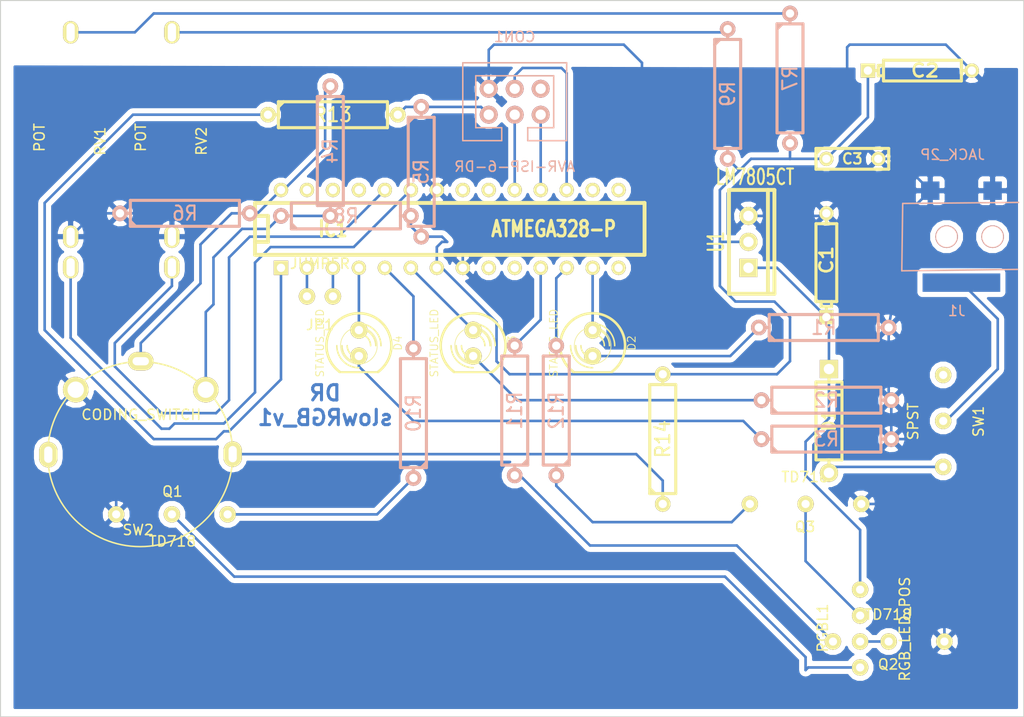
<source format=kicad_pcb>
(kicad_pcb (version 3) (host pcbnew "(2013-may-18)-stable")

  (general
    (links 64)
    (no_connects 0)
    (area 125.425999 105.867999 225.602001 176.072001)
    (thickness 1.6)
    (drawings 5)
    (tracks 204)
    (zones 0)
    (modules 34)
    (nets 35)
  )

  (page A3)
  (layers
    (15 F.Cu signal)
    (0 B.Cu signal)
    (16 B.Adhes user)
    (17 F.Adhes user)
    (18 B.Paste user)
    (19 F.Paste user)
    (20 B.SilkS user)
    (21 F.SilkS user)
    (22 B.Mask user)
    (23 F.Mask user)
    (24 Dwgs.User user)
    (25 Cmts.User user)
    (26 Eco1.User user)
    (27 Eco2.User user)
    (28 Edge.Cuts user)
  )

  (setup
    (last_trace_width 0.254)
    (trace_clearance 0.254)
    (zone_clearance 0.508)
    (zone_45_only no)
    (trace_min 0.254)
    (segment_width 0.2)
    (edge_width 0.1)
    (via_size 0.889)
    (via_drill 0.635)
    (via_min_size 0.889)
    (via_min_drill 0.508)
    (uvia_size 0.508)
    (uvia_drill 0.127)
    (uvias_allowed no)
    (uvia_min_size 0.508)
    (uvia_min_drill 0.127)
    (pcb_text_width 0.3)
    (pcb_text_size 1.5 1.5)
    (mod_edge_width 0.15)
    (mod_text_size 1 1)
    (mod_text_width 0.15)
    (pad_size 2.5 2.5)
    (pad_drill 1.6)
    (pad_to_mask_clearance 0)
    (aux_axis_origin 0 0)
    (visible_elements FFFFFFBF)
    (pcbplotparams
      (layerselection 3178497)
      (usegerberextensions false)
      (excludeedgelayer true)
      (linewidth 0.150000)
      (plotframeref false)
      (viasonmask false)
      (mode 1)
      (useauxorigin false)
      (hpglpennumber 1)
      (hpglpenspeed 20)
      (hpglpendiameter 15)
      (hpglpenoverlay 2)
      (psnegative false)
      (psa4output false)
      (plotreference true)
      (plotvalue true)
      (plotothertext true)
      (plotinvisibletext false)
      (padsonsilk false)
      (subtractmaskfromsilk false)
      (outputformat 2)
      (mirror false)
      (drillshape 0)
      (scaleselection 1)
      (outputdirectory ""))
  )

  (net 0 "")
  (net 1 /5V)
  (net 2 /GND)
  (net 3 /miso)
  (net 4 /mosi)
  (net 5 /rst)
  (net 6 /sclk)
  (net 7 N-0000010)
  (net 8 N-0000012)
  (net 9 N-0000016)
  (net 10 N-0000017)
  (net 11 N-0000020)
  (net 12 N-0000021)
  (net 13 N-0000022)
  (net 14 N-0000023)
  (net 15 N-0000024)
  (net 16 N-0000026)
  (net 17 N-0000027)
  (net 18 N-0000028)
  (net 19 N-0000029)
  (net 20 N-0000032)
  (net 21 N-0000033)
  (net 22 N-0000034)
  (net 23 N-0000035)
  (net 24 N-0000036)
  (net 25 N-0000037)
  (net 26 N-0000038)
  (net 27 N-0000039)
  (net 28 N-0000040)
  (net 29 N-0000041)
  (net 30 N-0000042)
  (net 31 N-0000043)
  (net 32 N-0000044)
  (net 33 N-0000045)
  (net 34 N-0000046)

  (net_class Default "This is the default net class."
    (clearance 0.254)
    (trace_width 0.254)
    (via_dia 0.889)
    (via_drill 0.635)
    (uvia_dia 0.508)
    (uvia_drill 0.127)
    (add_net "")
    (add_net /5V)
    (add_net /GND)
    (add_net /miso)
    (add_net /mosi)
    (add_net /rst)
    (add_net /sclk)
    (add_net N-0000010)
    (add_net N-0000012)
    (add_net N-0000016)
    (add_net N-0000017)
    (add_net N-0000020)
    (add_net N-0000021)
    (add_net N-0000022)
    (add_net N-0000023)
    (add_net N-0000024)
    (add_net N-0000026)
    (add_net N-0000027)
    (add_net N-0000028)
    (add_net N-0000029)
    (add_net N-0000032)
    (add_net N-0000033)
    (add_net N-0000034)
    (add_net N-0000035)
    (add_net N-0000036)
    (add_net N-0000037)
    (add_net N-0000038)
    (add_net N-0000039)
    (add_net N-0000040)
    (add_net N-0000041)
    (add_net N-0000042)
    (add_net N-0000043)
    (add_net N-0000044)
    (add_net N-0000045)
    (add_net N-0000046)
  )

  (module R5 (layer B.Cu) (tedit 200000) (tstamp 5508EBC5)
    (at 159.258 127)
    (descr "Resistance 5 pas")
    (tags R)
    (path /54FE64FF)
    (autoplace_cost180 10)
    (fp_text reference R8 (at 0 0) (layer B.SilkS)
      (effects (font (size 1.397 1.27) (thickness 0.2032)) (justify mirror))
    )
    (fp_text value 15K (at 0 0) (layer B.SilkS) hide
      (effects (font (size 1.397 1.27) (thickness 0.2032)) (justify mirror))
    )
    (fp_line (start -6.35 0) (end -5.334 0) (layer B.SilkS) (width 0.3048))
    (fp_line (start 6.35 0) (end 5.334 0) (layer B.SilkS) (width 0.3048))
    (fp_line (start 5.334 1.27) (end 5.334 -1.27) (layer B.SilkS) (width 0.3048))
    (fp_line (start 5.334 -1.27) (end -5.334 -1.27) (layer B.SilkS) (width 0.3048))
    (fp_line (start -5.334 -1.27) (end -5.334 1.27) (layer B.SilkS) (width 0.3048))
    (fp_line (start -5.334 1.27) (end 5.334 1.27) (layer B.SilkS) (width 0.3048))
    (fp_line (start -5.334 0.762) (end -4.826 1.27) (layer B.SilkS) (width 0.3048))
    (pad 1 thru_hole circle (at -6.35 0) (size 1.524 1.524) (drill 0.8128)
      (layers *.Cu *.Mask B.SilkS)
      (net 20 N-0000032)
    )
    (pad 2 thru_hole circle (at 6.35 0) (size 1.524 1.524) (drill 0.8128)
      (layers *.Cu *.Mask B.SilkS)
      (net 1 /5V)
    )
    (model discret/resistor.wrl
      (at (xyz 0 0 0))
      (scale (xyz 0.5 0.5 0.5))
      (rotate (xyz 0 0 0))
    )
  )

  (module R5 (layer B.Cu) (tedit 200000) (tstamp 5508EBD2)
    (at 157.734 120.65 270)
    (descr "Resistance 5 pas")
    (tags R)
    (path /54FE64E6)
    (autoplace_cost180 10)
    (fp_text reference R4 (at 0 0 270) (layer B.SilkS)
      (effects (font (size 1.397 1.27) (thickness 0.2032)) (justify mirror))
    )
    (fp_text value 5K (at 0 0 270) (layer B.SilkS) hide
      (effects (font (size 1.397 1.27) (thickness 0.2032)) (justify mirror))
    )
    (fp_line (start -6.35 0) (end -5.334 0) (layer B.SilkS) (width 0.3048))
    (fp_line (start 6.35 0) (end 5.334 0) (layer B.SilkS) (width 0.3048))
    (fp_line (start 5.334 1.27) (end 5.334 -1.27) (layer B.SilkS) (width 0.3048))
    (fp_line (start 5.334 -1.27) (end -5.334 -1.27) (layer B.SilkS) (width 0.3048))
    (fp_line (start -5.334 -1.27) (end -5.334 1.27) (layer B.SilkS) (width 0.3048))
    (fp_line (start -5.334 1.27) (end 5.334 1.27) (layer B.SilkS) (width 0.3048))
    (fp_line (start -5.334 0.762) (end -4.826 1.27) (layer B.SilkS) (width 0.3048))
    (pad 1 thru_hole circle (at -6.35 0 270) (size 1.524 1.524) (drill 0.8128)
      (layers *.Cu *.Mask B.SilkS)
      (net 24 N-0000036)
    )
    (pad 2 thru_hole circle (at 6.35 0 270) (size 1.524 1.524) (drill 0.8128)
      (layers *.Cu *.Mask B.SilkS)
      (net 20 N-0000032)
    )
    (model discret/resistor.wrl
      (at (xyz 0 0 0))
      (scale (xyz 0.5 0.5 0.5))
      (rotate (xyz 0 0 0))
    )
  )

  (module R5 (layer B.Cu) (tedit 200000) (tstamp 5508EBDF)
    (at 143.51 126.746)
    (descr "Resistance 5 pas")
    (tags R)
    (path /54FE69FB)
    (autoplace_cost180 10)
    (fp_text reference R6 (at 0 0) (layer B.SilkS)
      (effects (font (size 1.397 1.27) (thickness 0.2032)) (justify mirror))
    )
    (fp_text value 10K (at 0 0) (layer B.SilkS) hide
      (effects (font (size 1.397 1.27) (thickness 0.2032)) (justify mirror))
    )
    (fp_line (start -6.35 0) (end -5.334 0) (layer B.SilkS) (width 0.3048))
    (fp_line (start 6.35 0) (end 5.334 0) (layer B.SilkS) (width 0.3048))
    (fp_line (start 5.334 1.27) (end 5.334 -1.27) (layer B.SilkS) (width 0.3048))
    (fp_line (start 5.334 -1.27) (end -5.334 -1.27) (layer B.SilkS) (width 0.3048))
    (fp_line (start -5.334 -1.27) (end -5.334 1.27) (layer B.SilkS) (width 0.3048))
    (fp_line (start -5.334 1.27) (end 5.334 1.27) (layer B.SilkS) (width 0.3048))
    (fp_line (start -5.334 0.762) (end -4.826 1.27) (layer B.SilkS) (width 0.3048))
    (pad 1 thru_hole circle (at -6.35 0) (size 1.524 1.524) (drill 0.8128)
      (layers *.Cu *.Mask B.SilkS)
      (net 2 /GND)
    )
    (pad 2 thru_hole circle (at 6.35 0) (size 1.524 1.524) (drill 0.8128)
      (layers *.Cu *.Mask B.SilkS)
      (net 24 N-0000036)
    )
    (model discret/resistor.wrl
      (at (xyz 0 0 0))
      (scale (xyz 0.5 0.5 0.5))
      (rotate (xyz 0 0 0))
    )
  )

  (module R5 (layer B.Cu) (tedit 200000) (tstamp 5508EBEC)
    (at 206.248 148.844)
    (descr "Resistance 5 pas")
    (tags R)
    (path /54FE720C)
    (autoplace_cost180 10)
    (fp_text reference R3 (at 0 0) (layer B.SilkS)
      (effects (font (size 1.397 1.27) (thickness 0.2032)) (justify mirror))
    )
    (fp_text value 1K (at 0 0) (layer B.SilkS) hide
      (effects (font (size 1.397 1.27) (thickness 0.2032)) (justify mirror))
    )
    (fp_line (start -6.35 0) (end -5.334 0) (layer B.SilkS) (width 0.3048))
    (fp_line (start 6.35 0) (end 5.334 0) (layer B.SilkS) (width 0.3048))
    (fp_line (start 5.334 1.27) (end 5.334 -1.27) (layer B.SilkS) (width 0.3048))
    (fp_line (start 5.334 -1.27) (end -5.334 -1.27) (layer B.SilkS) (width 0.3048))
    (fp_line (start -5.334 -1.27) (end -5.334 1.27) (layer B.SilkS) (width 0.3048))
    (fp_line (start -5.334 1.27) (end 5.334 1.27) (layer B.SilkS) (width 0.3048))
    (fp_line (start -5.334 0.762) (end -4.826 1.27) (layer B.SilkS) (width 0.3048))
    (pad 1 thru_hole circle (at -6.35 0) (size 1.524 1.524) (drill 0.8128)
      (layers *.Cu *.Mask B.SilkS)
      (net 22 N-0000034)
    )
    (pad 2 thru_hole circle (at 6.35 0) (size 1.524 1.524) (drill 0.8128)
      (layers *.Cu *.Mask B.SilkS)
      (net 2 /GND)
    )
    (model discret/resistor.wrl
      (at (xyz 0 0 0))
      (scale (xyz 0.5 0.5 0.5))
      (rotate (xyz 0 0 0))
    )
  )

  (module R5 (layer B.Cu) (tedit 200000) (tstamp 5508EBF9)
    (at 206.248 145.034)
    (descr "Resistance 5 pas")
    (tags R)
    (path /54FE7206)
    (autoplace_cost180 10)
    (fp_text reference R2 (at 0 0) (layer B.SilkS)
      (effects (font (size 1.397 1.27) (thickness 0.2032)) (justify mirror))
    )
    (fp_text value 1K (at 0 0) (layer B.SilkS) hide
      (effects (font (size 1.397 1.27) (thickness 0.2032)) (justify mirror))
    )
    (fp_line (start -6.35 0) (end -5.334 0) (layer B.SilkS) (width 0.3048))
    (fp_line (start 6.35 0) (end 5.334 0) (layer B.SilkS) (width 0.3048))
    (fp_line (start 5.334 1.27) (end 5.334 -1.27) (layer B.SilkS) (width 0.3048))
    (fp_line (start 5.334 -1.27) (end -5.334 -1.27) (layer B.SilkS) (width 0.3048))
    (fp_line (start -5.334 -1.27) (end -5.334 1.27) (layer B.SilkS) (width 0.3048))
    (fp_line (start -5.334 1.27) (end 5.334 1.27) (layer B.SilkS) (width 0.3048))
    (fp_line (start -5.334 0.762) (end -4.826 1.27) (layer B.SilkS) (width 0.3048))
    (pad 1 thru_hole circle (at -6.35 0) (size 1.524 1.524) (drill 0.8128)
      (layers *.Cu *.Mask B.SilkS)
      (net 21 N-0000033)
    )
    (pad 2 thru_hole circle (at 6.35 0) (size 1.524 1.524) (drill 0.8128)
      (layers *.Cu *.Mask B.SilkS)
      (net 2 /GND)
    )
    (model discret/resistor.wrl
      (at (xyz 0 0 0))
      (scale (xyz 0.5 0.5 0.5))
      (rotate (xyz 0 0 0))
    )
  )

  (module R5 (layer B.Cu) (tedit 200000) (tstamp 5508EC06)
    (at 205.994 137.922)
    (descr "Resistance 5 pas")
    (tags R)
    (path /54FE7200)
    (autoplace_cost180 10)
    (fp_text reference R1 (at 0 0) (layer B.SilkS)
      (effects (font (size 1.397 1.27) (thickness 0.2032)) (justify mirror))
    )
    (fp_text value 1K (at 0 0) (layer B.SilkS) hide
      (effects (font (size 1.397 1.27) (thickness 0.2032)) (justify mirror))
    )
    (fp_line (start -6.35 0) (end -5.334 0) (layer B.SilkS) (width 0.3048))
    (fp_line (start 6.35 0) (end 5.334 0) (layer B.SilkS) (width 0.3048))
    (fp_line (start 5.334 1.27) (end 5.334 -1.27) (layer B.SilkS) (width 0.3048))
    (fp_line (start 5.334 -1.27) (end -5.334 -1.27) (layer B.SilkS) (width 0.3048))
    (fp_line (start -5.334 -1.27) (end -5.334 1.27) (layer B.SilkS) (width 0.3048))
    (fp_line (start -5.334 1.27) (end 5.334 1.27) (layer B.SilkS) (width 0.3048))
    (fp_line (start -5.334 0.762) (end -4.826 1.27) (layer B.SilkS) (width 0.3048))
    (pad 1 thru_hole circle (at -6.35 0) (size 1.524 1.524) (drill 0.8128)
      (layers *.Cu *.Mask B.SilkS)
      (net 23 N-0000035)
    )
    (pad 2 thru_hole circle (at 6.35 0) (size 1.524 1.524) (drill 0.8128)
      (layers *.Cu *.Mask B.SilkS)
      (net 2 /GND)
    )
    (model discret/resistor.wrl
      (at (xyz 0 0 0))
      (scale (xyz 0.5 0.5 0.5))
      (rotate (xyz 0 0 0))
    )
  )

  (module R5 (layer B.Cu) (tedit 200000) (tstamp 5508EC13)
    (at 196.596 115.062 270)
    (descr "Resistance 5 pas")
    (tags R)
    (path /54FE70F3)
    (autoplace_cost180 10)
    (fp_text reference R9 (at 0 0 270) (layer B.SilkS)
      (effects (font (size 1.397 1.27) (thickness 0.2032)) (justify mirror))
    )
    (fp_text value 1K (at 0 0 270) (layer B.SilkS) hide
      (effects (font (size 1.397 1.27) (thickness 0.2032)) (justify mirror))
    )
    (fp_line (start -6.35 0) (end -5.334 0) (layer B.SilkS) (width 0.3048))
    (fp_line (start 6.35 0) (end 5.334 0) (layer B.SilkS) (width 0.3048))
    (fp_line (start 5.334 1.27) (end 5.334 -1.27) (layer B.SilkS) (width 0.3048))
    (fp_line (start 5.334 -1.27) (end -5.334 -1.27) (layer B.SilkS) (width 0.3048))
    (fp_line (start -5.334 -1.27) (end -5.334 1.27) (layer B.SilkS) (width 0.3048))
    (fp_line (start -5.334 1.27) (end 5.334 1.27) (layer B.SilkS) (width 0.3048))
    (fp_line (start -5.334 0.762) (end -4.826 1.27) (layer B.SilkS) (width 0.3048))
    (pad 1 thru_hole circle (at -6.35 0 270) (size 1.524 1.524) (drill 0.8128)
      (layers *.Cu *.Mask B.SilkS)
      (net 26 N-0000038)
    )
    (pad 2 thru_hole circle (at 6.35 0 270) (size 1.524 1.524) (drill 0.8128)
      (layers *.Cu *.Mask B.SilkS)
      (net 1 /5V)
    )
    (model discret/resistor.wrl
      (at (xyz 0 0 0))
      (scale (xyz 0.5 0.5 0.5))
      (rotate (xyz 0 0 0))
    )
  )

  (module R5 (layer B.Cu) (tedit 200000) (tstamp 5508EC20)
    (at 202.692 113.538 270)
    (descr "Resistance 5 pas")
    (tags R)
    (path /54FE70ED)
    (autoplace_cost180 10)
    (fp_text reference R7 (at 0 0 270) (layer B.SilkS)
      (effects (font (size 1.397 1.27) (thickness 0.2032)) (justify mirror))
    )
    (fp_text value 1K (at 0 0 270) (layer B.SilkS) hide
      (effects (font (size 1.397 1.27) (thickness 0.2032)) (justify mirror))
    )
    (fp_line (start -6.35 0) (end -5.334 0) (layer B.SilkS) (width 0.3048))
    (fp_line (start 6.35 0) (end 5.334 0) (layer B.SilkS) (width 0.3048))
    (fp_line (start 5.334 1.27) (end 5.334 -1.27) (layer B.SilkS) (width 0.3048))
    (fp_line (start 5.334 -1.27) (end -5.334 -1.27) (layer B.SilkS) (width 0.3048))
    (fp_line (start -5.334 -1.27) (end -5.334 1.27) (layer B.SilkS) (width 0.3048))
    (fp_line (start -5.334 1.27) (end 5.334 1.27) (layer B.SilkS) (width 0.3048))
    (fp_line (start -5.334 0.762) (end -4.826 1.27) (layer B.SilkS) (width 0.3048))
    (pad 1 thru_hole circle (at -6.35 0 270) (size 1.524 1.524) (drill 0.8128)
      (layers *.Cu *.Mask B.SilkS)
      (net 25 N-0000037)
    )
    (pad 2 thru_hole circle (at 6.35 0 270) (size 1.524 1.524) (drill 0.8128)
      (layers *.Cu *.Mask B.SilkS)
      (net 1 /5V)
    )
    (model discret/resistor.wrl
      (at (xyz 0 0 0))
      (scale (xyz 0.5 0.5 0.5))
      (rotate (xyz 0 0 0))
    )
  )

  (module R5 (layer B.Cu) (tedit 200000) (tstamp 5508EC2D)
    (at 166.624 122.682 270)
    (descr "Resistance 5 pas")
    (tags R)
    (path /54FE6BB0)
    (autoplace_cost180 10)
    (fp_text reference R5 (at 0 0 270) (layer B.SilkS)
      (effects (font (size 1.397 1.27) (thickness 0.2032)) (justify mirror))
    )
    (fp_text value 10K (at 0 0 270) (layer B.SilkS) hide
      (effects (font (size 1.397 1.27) (thickness 0.2032)) (justify mirror))
    )
    (fp_line (start -6.35 0) (end -5.334 0) (layer B.SilkS) (width 0.3048))
    (fp_line (start 6.35 0) (end 5.334 0) (layer B.SilkS) (width 0.3048))
    (fp_line (start 5.334 1.27) (end 5.334 -1.27) (layer B.SilkS) (width 0.3048))
    (fp_line (start 5.334 -1.27) (end -5.334 -1.27) (layer B.SilkS) (width 0.3048))
    (fp_line (start -5.334 -1.27) (end -5.334 1.27) (layer B.SilkS) (width 0.3048))
    (fp_line (start -5.334 1.27) (end 5.334 1.27) (layer B.SilkS) (width 0.3048))
    (fp_line (start -5.334 0.762) (end -4.826 1.27) (layer B.SilkS) (width 0.3048))
    (pad 1 thru_hole circle (at -6.35 0 270) (size 1.524 1.524) (drill 0.8128)
      (layers *.Cu *.Mask B.SilkS)
      (net 5 /rst)
    )
    (pad 2 thru_hole circle (at 6.35 0 270) (size 1.524 1.524) (drill 0.8128)
      (layers *.Cu *.Mask B.SilkS)
      (net 1 /5V)
    )
    (model discret/resistor.wrl
      (at (xyz 0 0 0))
      (scale (xyz 0.5 0.5 0.5))
      (rotate (xyz 0 0 0))
    )
  )

  (module LED-5MM (layer F.Cu) (tedit 50ADE86B) (tstamp 5508EC3C)
    (at 183.388 139.446 270)
    (descr "LED 5mm - Lead pitch 100mil (2,54mm)")
    (tags "LED led 5mm 5MM 100mil 2,54mm")
    (path /54FE6542)
    (fp_text reference D2 (at 0 -3.81 270) (layer F.SilkS)
      (effects (font (size 0.762 0.762) (thickness 0.0889)))
    )
    (fp_text value STATUS_LED (at 0 3.81 270) (layer F.SilkS)
      (effects (font (size 0.762 0.762) (thickness 0.0889)))
    )
    (fp_line (start 2.8448 1.905) (end 2.8448 -1.905) (layer F.SilkS) (width 0.2032))
    (fp_circle (center 0.254 0) (end -1.016 1.27) (layer F.SilkS) (width 0.0762))
    (fp_arc (start 0.254 0) (end 2.794 1.905) (angle 286.2) (layer F.SilkS) (width 0.254))
    (fp_arc (start 0.254 0) (end -0.889 0) (angle 90) (layer F.SilkS) (width 0.1524))
    (fp_arc (start 0.254 0) (end 1.397 0) (angle 90) (layer F.SilkS) (width 0.1524))
    (fp_arc (start 0.254 0) (end -1.397 0) (angle 90) (layer F.SilkS) (width 0.1524))
    (fp_arc (start 0.254 0) (end 1.905 0) (angle 90) (layer F.SilkS) (width 0.1524))
    (fp_arc (start 0.254 0) (end -1.905 0) (angle 90) (layer F.SilkS) (width 0.1524))
    (fp_arc (start 0.254 0) (end 2.413 0) (angle 90) (layer F.SilkS) (width 0.1524))
    (pad 1 thru_hole circle (at -1.27 0 270) (size 1.6764 1.6764) (drill 0.8128)
      (layers *.Cu *.Mask F.SilkS)
      (net 18 N-0000028)
    )
    (pad 2 thru_hole circle (at 1.27 0 270) (size 1.6764 1.6764) (drill 0.8128)
      (layers *.Cu *.Mask F.SilkS)
      (net 23 N-0000035)
    )
    (model discret/leds/led5_vertical_verde.wrl
      (at (xyz 0 0 0))
      (scale (xyz 1 1 1))
      (rotate (xyz 0 0 0))
    )
  )

  (module LED-5MM (layer F.Cu) (tedit 50ADE86B) (tstamp 5508EC4B)
    (at 160.528 139.446 270)
    (descr "LED 5mm - Lead pitch 100mil (2,54mm)")
    (tags "LED led 5mm 5MM 100mil 2,54mm")
    (path /54FE653C)
    (fp_text reference D4 (at 0 -3.81 270) (layer F.SilkS)
      (effects (font (size 0.762 0.762) (thickness 0.0889)))
    )
    (fp_text value STATUS_LED (at 0 3.81 270) (layer F.SilkS)
      (effects (font (size 0.762 0.762) (thickness 0.0889)))
    )
    (fp_line (start 2.8448 1.905) (end 2.8448 -1.905) (layer F.SilkS) (width 0.2032))
    (fp_circle (center 0.254 0) (end -1.016 1.27) (layer F.SilkS) (width 0.0762))
    (fp_arc (start 0.254 0) (end 2.794 1.905) (angle 286.2) (layer F.SilkS) (width 0.254))
    (fp_arc (start 0.254 0) (end -0.889 0) (angle 90) (layer F.SilkS) (width 0.1524))
    (fp_arc (start 0.254 0) (end 1.397 0) (angle 90) (layer F.SilkS) (width 0.1524))
    (fp_arc (start 0.254 0) (end -1.397 0) (angle 90) (layer F.SilkS) (width 0.1524))
    (fp_arc (start 0.254 0) (end 1.905 0) (angle 90) (layer F.SilkS) (width 0.1524))
    (fp_arc (start 0.254 0) (end -1.905 0) (angle 90) (layer F.SilkS) (width 0.1524))
    (fp_arc (start 0.254 0) (end 2.413 0) (angle 90) (layer F.SilkS) (width 0.1524))
    (pad 1 thru_hole circle (at -1.27 0 270) (size 1.6764 1.6764) (drill 0.8128)
      (layers *.Cu *.Mask F.SilkS)
      (net 9 N-0000016)
    )
    (pad 2 thru_hole circle (at 1.27 0 270) (size 1.6764 1.6764) (drill 0.8128)
      (layers *.Cu *.Mask F.SilkS)
      (net 22 N-0000034)
    )
    (model discret/leds/led5_vertical_verde.wrl
      (at (xyz 0 0 0))
      (scale (xyz 1 1 1))
      (rotate (xyz 0 0 0))
    )
  )

  (module LED-5MM (layer F.Cu) (tedit 50ADE86B) (tstamp 5508EC5A)
    (at 171.704 139.446 270)
    (descr "LED 5mm - Lead pitch 100mil (2,54mm)")
    (tags "LED led 5mm 5MM 100mil 2,54mm")
    (path /54FE652F)
    (fp_text reference D3 (at 0 -3.81 270) (layer F.SilkS)
      (effects (font (size 0.762 0.762) (thickness 0.0889)))
    )
    (fp_text value STATUS_LED (at 0 3.81 270) (layer F.SilkS)
      (effects (font (size 0.762 0.762) (thickness 0.0889)))
    )
    (fp_line (start 2.8448 1.905) (end 2.8448 -1.905) (layer F.SilkS) (width 0.2032))
    (fp_circle (center 0.254 0) (end -1.016 1.27) (layer F.SilkS) (width 0.0762))
    (fp_arc (start 0.254 0) (end 2.794 1.905) (angle 286.2) (layer F.SilkS) (width 0.254))
    (fp_arc (start 0.254 0) (end -0.889 0) (angle 90) (layer F.SilkS) (width 0.1524))
    (fp_arc (start 0.254 0) (end 1.397 0) (angle 90) (layer F.SilkS) (width 0.1524))
    (fp_arc (start 0.254 0) (end -1.397 0) (angle 90) (layer F.SilkS) (width 0.1524))
    (fp_arc (start 0.254 0) (end 1.905 0) (angle 90) (layer F.SilkS) (width 0.1524))
    (fp_arc (start 0.254 0) (end -1.905 0) (angle 90) (layer F.SilkS) (width 0.1524))
    (fp_arc (start 0.254 0) (end 2.413 0) (angle 90) (layer F.SilkS) (width 0.1524))
    (pad 1 thru_hole circle (at -1.27 0 270) (size 1.6764 1.6764) (drill 0.8128)
      (layers *.Cu *.Mask F.SilkS)
      (net 19 N-0000029)
    )
    (pad 2 thru_hole circle (at 1.27 0 270) (size 1.6764 1.6764) (drill 0.8128)
      (layers *.Cu *.Mask F.SilkS)
      (net 21 N-0000033)
    )
    (model discret/leds/led5_vertical_verde.wrl
      (at (xyz 0 0 0))
      (scale (xyz 1 1 1))
      (rotate (xyz 0 0 0))
    )
  )

  (module DIP-28__300 (layer F.Cu) (tedit 200000) (tstamp 5508EC81)
    (at 169.418 128.27)
    (descr "28 pins DIL package, round pads, width 300mil")
    (tags DIL)
    (path /54FE597A)
    (fp_text reference IC1 (at -11.43 0) (layer F.SilkS)
      (effects (font (size 1.524 1.143) (thickness 0.3048)))
    )
    (fp_text value ATMEGA328-P (at 10.16 0) (layer F.SilkS)
      (effects (font (size 1.524 1.143) (thickness 0.3048)))
    )
    (fp_line (start -19.05 -2.54) (end 19.05 -2.54) (layer F.SilkS) (width 0.381))
    (fp_line (start 19.05 -2.54) (end 19.05 2.54) (layer F.SilkS) (width 0.381))
    (fp_line (start 19.05 2.54) (end -19.05 2.54) (layer F.SilkS) (width 0.381))
    (fp_line (start -19.05 2.54) (end -19.05 -2.54) (layer F.SilkS) (width 0.381))
    (fp_line (start -19.05 -1.27) (end -17.78 -1.27) (layer F.SilkS) (width 0.381))
    (fp_line (start -17.78 -1.27) (end -17.78 1.27) (layer F.SilkS) (width 0.381))
    (fp_line (start -17.78 1.27) (end -19.05 1.27) (layer F.SilkS) (width 0.381))
    (pad 2 thru_hole circle (at -13.97 3.81) (size 1.397 1.397) (drill 0.8128)
      (layers *.Cu *.Mask F.SilkS)
      (net 7 N-0000010)
    )
    (pad 3 thru_hole circle (at -11.43 3.81) (size 1.397 1.397) (drill 0.8128)
      (layers *.Cu *.Mask F.SilkS)
      (net 8 N-0000012)
    )
    (pad 4 thru_hole circle (at -8.89 3.81) (size 1.397 1.397) (drill 0.8128)
      (layers *.Cu *.Mask F.SilkS)
      (net 9 N-0000016)
    )
    (pad 5 thru_hole circle (at -6.35 3.81) (size 1.397 1.397) (drill 0.8128)
      (layers *.Cu *.Mask F.SilkS)
      (net 17 N-0000027)
    )
    (pad 6 thru_hole circle (at -3.81 3.81) (size 1.397 1.397) (drill 0.8128)
      (layers *.Cu *.Mask F.SilkS)
      (net 19 N-0000029)
    )
    (pad 7 thru_hole circle (at -1.27 3.81) (size 1.397 1.397) (drill 0.8128)
      (layers *.Cu *.Mask F.SilkS)
      (net 1 /5V)
    )
    (pad 8 thru_hole circle (at 1.27 3.81) (size 1.397 1.397) (drill 0.8128)
      (layers *.Cu *.Mask F.SilkS)
      (net 2 /GND)
    )
    (pad 9 thru_hole circle (at 3.81 3.81) (size 1.397 1.397) (drill 0.8128)
      (layers *.Cu *.Mask F.SilkS)
    )
    (pad 10 thru_hole circle (at 6.35 3.81) (size 1.397 1.397) (drill 0.8128)
      (layers *.Cu *.Mask F.SilkS)
    )
    (pad 11 thru_hole circle (at 8.89 3.81) (size 1.397 1.397) (drill 0.8128)
      (layers *.Cu *.Mask F.SilkS)
      (net 13 N-0000022)
    )
    (pad 12 thru_hole circle (at 11.43 3.81) (size 1.397 1.397) (drill 0.8128)
      (layers *.Cu *.Mask F.SilkS)
      (net 10 N-0000017)
    )
    (pad 13 thru_hole circle (at 13.97 3.81) (size 1.397 1.397) (drill 0.8128)
      (layers *.Cu *.Mask F.SilkS)
      (net 18 N-0000028)
    )
    (pad 14 thru_hole circle (at 16.51 3.81) (size 1.397 1.397) (drill 0.8128)
      (layers *.Cu *.Mask F.SilkS)
    )
    (pad 1 thru_hole rect (at -16.51 3.81) (size 1.397 1.397) (drill 0.8128)
      (layers *.Cu *.Mask F.SilkS)
      (net 15 N-0000024)
    )
    (pad 15 thru_hole circle (at 16.51 -3.81) (size 1.397 1.397) (drill 0.8128)
      (layers *.Cu *.Mask F.SilkS)
    )
    (pad 16 thru_hole circle (at 13.97 -3.81) (size 1.397 1.397) (drill 0.8128)
      (layers *.Cu *.Mask F.SilkS)
    )
    (pad 17 thru_hole circle (at 11.43 -3.81) (size 1.397 1.397) (drill 0.8128)
      (layers *.Cu *.Mask F.SilkS)
      (net 4 /mosi)
    )
    (pad 18 thru_hole circle (at 8.89 -3.81) (size 1.397 1.397) (drill 0.8128)
      (layers *.Cu *.Mask F.SilkS)
      (net 3 /miso)
    )
    (pad 19 thru_hole circle (at 6.35 -3.81) (size 1.397 1.397) (drill 0.8128)
      (layers *.Cu *.Mask F.SilkS)
      (net 6 /sclk)
    )
    (pad 20 thru_hole circle (at 3.81 -3.81) (size 1.397 1.397) (drill 0.8128)
      (layers *.Cu *.Mask F.SilkS)
    )
    (pad 21 thru_hole circle (at 1.27 -3.81) (size 1.397 1.397) (drill 0.8128)
      (layers *.Cu *.Mask F.SilkS)
    )
    (pad 22 thru_hole circle (at -1.27 -3.81) (size 1.397 1.397) (drill 0.8128)
      (layers *.Cu *.Mask F.SilkS)
      (net 2 /GND)
    )
    (pad 23 thru_hole circle (at -3.81 -3.81) (size 1.397 1.397) (drill 0.8128)
      (layers *.Cu *.Mask F.SilkS)
      (net 34 N-0000046)
    )
    (pad 24 thru_hole circle (at -6.35 -3.81) (size 1.397 1.397) (drill 0.8128)
      (layers *.Cu *.Mask F.SilkS)
      (net 33 N-0000045)
    )
    (pad 25 thru_hole circle (at -8.89 -3.81) (size 1.397 1.397) (drill 0.8128)
      (layers *.Cu *.Mask F.SilkS)
    )
    (pad 26 thru_hole circle (at -11.43 -3.81) (size 1.397 1.397) (drill 0.8128)
      (layers *.Cu *.Mask F.SilkS)
    )
    (pad 27 thru_hole circle (at -13.97 -3.81) (size 1.397 1.397) (drill 0.8128)
      (layers *.Cu *.Mask F.SilkS)
    )
    (pad 28 thru_hole circle (at -16.51 -3.81) (size 1.397 1.397) (drill 0.8128)
      (layers *.Cu *.Mask F.SilkS)
      (net 24 N-0000036)
    )
    (model dil/dil_28-w300.wrl
      (at (xyz 0 0 0))
      (scale (xyz 1 1 1))
      (rotate (xyz 0 0 0))
    )
  )

  (module D4 (layer F.Cu) (tedit 200000) (tstamp 5508EC8F)
    (at 206.502 147.066 90)
    (descr "Diode 4 pas")
    (tags "DIODE DEV")
    (path /54FE5D2F)
    (fp_text reference D1 (at 0 0 90) (layer F.SilkS)
      (effects (font (size 1.27 1.016) (thickness 0.2032)))
    )
    (fp_text value DIODE (at 0 0 90) (layer F.SilkS) hide
      (effects (font (size 1.27 1.016) (thickness 0.2032)))
    )
    (fp_line (start -3.81 -1.27) (end 3.81 -1.27) (layer F.SilkS) (width 0.3048))
    (fp_line (start 3.81 -1.27) (end 3.81 1.27) (layer F.SilkS) (width 0.3048))
    (fp_line (start 3.81 1.27) (end -3.81 1.27) (layer F.SilkS) (width 0.3048))
    (fp_line (start -3.81 1.27) (end -3.81 -1.27) (layer F.SilkS) (width 0.3048))
    (fp_line (start 3.175 -1.27) (end 3.175 1.27) (layer F.SilkS) (width 0.3048))
    (fp_line (start 2.54 1.27) (end 2.54 -1.27) (layer F.SilkS) (width 0.3048))
    (fp_line (start -3.81 0) (end -5.08 0) (layer F.SilkS) (width 0.3048))
    (fp_line (start 3.81 0) (end 5.08 0) (layer F.SilkS) (width 0.3048))
    (pad 1 thru_hole circle (at -5.08 0 90) (size 1.778 1.778) (drill 1.016)
      (layers *.Cu *.Mask F.SilkS)
      (net 29 N-0000041)
    )
    (pad 2 thru_hole rect (at 5.08 0 90) (size 1.778 1.778) (drill 1.016)
      (layers *.Cu *.Mask F.SilkS)
      (net 30 N-0000042)
    )
    (model discret/diode.wrl
      (at (xyz 0 0 0))
      (scale (xyz 0.4 0.4 0.4))
      (rotate (xyz 0 0 0))
    )
  )

  (module CP4 (layer F.Cu) (tedit 200000) (tstamp 5508EC9F)
    (at 206.248 131.826 90)
    (descr "Condensateur polarise")
    (tags CP)
    (path /54FE5D27)
    (fp_text reference C1 (at 0.508 0 90) (layer F.SilkS)
      (effects (font (size 1.27 1.397) (thickness 0.254)))
    )
    (fp_text value 100U (at 0.508 0 90) (layer F.SilkS) hide
      (effects (font (size 1.27 1.143) (thickness 0.254)))
    )
    (fp_line (start 5.08 0) (end 4.064 0) (layer F.SilkS) (width 0.3048))
    (fp_line (start 4.064 0) (end 4.064 1.016) (layer F.SilkS) (width 0.3048))
    (fp_line (start 4.064 1.016) (end -3.556 1.016) (layer F.SilkS) (width 0.3048))
    (fp_line (start -3.556 1.016) (end -3.556 -1.016) (layer F.SilkS) (width 0.3048))
    (fp_line (start -3.556 -1.016) (end 4.064 -1.016) (layer F.SilkS) (width 0.3048))
    (fp_line (start 4.064 -1.016) (end 4.064 0) (layer F.SilkS) (width 0.3048))
    (fp_line (start -5.08 0) (end -4.064 0) (layer F.SilkS) (width 0.3048))
    (fp_line (start -3.556 0.508) (end -4.064 0.508) (layer F.SilkS) (width 0.3048))
    (fp_line (start -4.064 0.508) (end -4.064 -0.508) (layer F.SilkS) (width 0.3048))
    (fp_line (start -4.064 -0.508) (end -3.556 -0.508) (layer F.SilkS) (width 0.3048))
    (pad 1 thru_hole rect (at -5.08 0 90) (size 1.397 1.397) (drill 0.8128)
      (layers *.Cu *.Mask F.SilkS)
      (net 30 N-0000042)
    )
    (pad 2 thru_hole circle (at 5.08 0 90) (size 1.397 1.397) (drill 0.8128)
      (layers *.Cu *.Mask F.SilkS)
      (net 2 /GND)
    )
    (model discret/c_pol.wrl
      (at (xyz 0 0 0))
      (scale (xyz 0.4 0.4 0.4))
      (rotate (xyz 0 0 0))
    )
  )

  (module CP4 (layer F.Cu) (tedit 200000) (tstamp 550CD061)
    (at 215.392 112.776)
    (descr "Condensateur polarise")
    (tags CP)
    (path /54FE5D1A)
    (fp_text reference C2 (at 0.508 0) (layer F.SilkS)
      (effects (font (size 1.27 1.397) (thickness 0.254)))
    )
    (fp_text value 10U (at 0.508 0) (layer F.SilkS) hide
      (effects (font (size 1.27 1.143) (thickness 0.254)))
    )
    (fp_line (start 5.08 0) (end 4.064 0) (layer F.SilkS) (width 0.3048))
    (fp_line (start 4.064 0) (end 4.064 1.016) (layer F.SilkS) (width 0.3048))
    (fp_line (start 4.064 1.016) (end -3.556 1.016) (layer F.SilkS) (width 0.3048))
    (fp_line (start -3.556 1.016) (end -3.556 -1.016) (layer F.SilkS) (width 0.3048))
    (fp_line (start -3.556 -1.016) (end 4.064 -1.016) (layer F.SilkS) (width 0.3048))
    (fp_line (start 4.064 -1.016) (end 4.064 0) (layer F.SilkS) (width 0.3048))
    (fp_line (start -5.08 0) (end -4.064 0) (layer F.SilkS) (width 0.3048))
    (fp_line (start -3.556 0.508) (end -4.064 0.508) (layer F.SilkS) (width 0.3048))
    (fp_line (start -4.064 0.508) (end -4.064 -0.508) (layer F.SilkS) (width 0.3048))
    (fp_line (start -4.064 -0.508) (end -3.556 -0.508) (layer F.SilkS) (width 0.3048))
    (pad 1 thru_hole rect (at -5.08 0) (size 1.397 1.397) (drill 0.8128)
      (layers *.Cu *.Mask F.SilkS)
      (net 1 /5V)
    )
    (pad 2 thru_hole circle (at 5.08 0) (size 1.397 1.397) (drill 0.8128)
      (layers *.Cu *.Mask F.SilkS)
      (net 2 /GND)
    )
    (model discret/c_pol.wrl
      (at (xyz 0 0 0))
      (scale (xyz 0.4 0.4 0.4))
      (rotate (xyz 0 0 0))
    )
  )

  (module C2 (layer F.Cu) (tedit 200000) (tstamp 5508ECBA)
    (at 208.788 121.412)
    (descr "Condensateur = 2 pas")
    (tags C)
    (path /54FE63A1)
    (fp_text reference C3 (at 0 0) (layer F.SilkS)
      (effects (font (size 1.016 1.016) (thickness 0.2032)))
    )
    (fp_text value 1U (at 0 0) (layer F.SilkS) hide
      (effects (font (size 1.016 1.016) (thickness 0.2032)))
    )
    (fp_line (start -3.556 -1.016) (end 3.556 -1.016) (layer F.SilkS) (width 0.3048))
    (fp_line (start 3.556 -1.016) (end 3.556 1.016) (layer F.SilkS) (width 0.3048))
    (fp_line (start 3.556 1.016) (end -3.556 1.016) (layer F.SilkS) (width 0.3048))
    (fp_line (start -3.556 1.016) (end -3.556 -1.016) (layer F.SilkS) (width 0.3048))
    (fp_line (start -3.556 -0.508) (end -3.048 -1.016) (layer F.SilkS) (width 0.3048))
    (pad 1 thru_hole circle (at -2.54 0) (size 1.397 1.397) (drill 0.8128)
      (layers *.Cu *.Mask F.SilkS)
      (net 1 /5V)
    )
    (pad 2 thru_hole circle (at 2.54 0) (size 1.397 1.397) (drill 0.8128)
      (layers *.Cu *.Mask F.SilkS)
      (net 2 /GND)
    )
    (model discret/capa_2pas_5x5mm.wrl
      (at (xyz 0 0 0))
      (scale (xyz 1 1 1))
      (rotate (xyz 0 0 0))
    )
  )

  (module AVR-ISP-6-DR (layer B.Cu) (tedit 52F7EFDE) (tstamp 5508ECD0)
    (at 175.768 115.824 180)
    (path /54FE755F)
    (fp_text reference CON1 (at 0 6.35 180) (layer B.SilkS)
      (effects (font (size 1 1) (thickness 0.15)) (justify mirror))
    )
    (fp_text value AVR-ISP-6-DR (at 0 -6.35 180) (layer B.SilkS)
      (effects (font (size 1 1) (thickness 0.15)) (justify mirror))
    )
    (fp_line (start -3.81 2.54) (end 3.81 2.54) (layer B.SilkS) (width 0.15))
    (fp_line (start 3.81 2.54) (end 3.81 -2.54) (layer B.SilkS) (width 0.15))
    (fp_line (start 3.81 -2.54) (end 1.27 -2.54) (layer B.SilkS) (width 0.15))
    (fp_line (start 1.27 -2.54) (end 1.27 -3.81) (layer B.SilkS) (width 0.15))
    (fp_line (start 1.27 -3.81) (end 5.08 -3.81) (layer B.SilkS) (width 0.15))
    (fp_line (start 5.08 -3.81) (end 5.08 3.81) (layer B.SilkS) (width 0.15))
    (fp_line (start 5.08 3.81) (end -5.08 3.81) (layer B.SilkS) (width 0.15))
    (fp_line (start -5.08 3.81) (end -5.08 -3.81) (layer B.SilkS) (width 0.15))
    (fp_line (start -5.08 -3.81) (end -1.27 -3.81) (layer B.SilkS) (width 0.15))
    (fp_line (start -1.27 -3.81) (end -1.27 -2.54) (layer B.SilkS) (width 0.15))
    (fp_line (start -3.81 2.54) (end -3.81 -2.54) (layer B.SilkS) (width 0.15))
    (fp_line (start -3.81 -2.54) (end -1.27 -2.54) (layer B.SilkS) (width 0.15))
    (pad 3 thru_hole circle (at 0 -1.27 180) (size 1.75 1.75) (drill 1.01)
      (layers *.Cu *.Mask B.SilkS)
      (net 6 /sclk)
    )
    (pad 4 thru_hole circle (at 0 1.27 180) (size 1.75 1.75) (drill 1.01)
      (layers *.Cu *.Mask B.SilkS)
      (net 4 /mosi)
    )
    (pad 2 thru_hole circle (at -2.54 1.27 180) (size 1.75 1.75) (drill 1.01)
      (layers *.Cu *.Mask B.SilkS)
    )
    (pad 1 thru_hole circle (at -2.54 -1.27 180) (size 1.75 1.75) (drill 1.01)
      (layers *.Cu *.Mask B.SilkS)
      (net 3 /miso)
    )
    (pad 5 thru_hole circle (at 2.54 -1.27 180) (size 1.75 1.75) (drill 1.01)
      (layers *.Cu *.Mask B.SilkS)
      (net 5 /rst)
    )
    (pad 6 thru_hole circle (at 2.54 1.27 180) (size 1.75 1.75) (drill 1.01)
      (layers *.Cu *.Mask B.SilkS)
      (net 2 /GND)
    )
  )

  (module Jack_2mm (layer B.Cu) (tedit 5508F231) (tstamp 5508F2AB)
    (at 216.408 129.032 90)
    (path /54FE5CCD)
    (fp_text reference J1 (at -7.2644 2.5908 360) (layer B.SilkS)
      (effects (font (size 1 1) (thickness 0.15)) (justify mirror))
    )
    (fp_text value JACK_2P (at 8.0264 2.1844 360) (layer B.SilkS)
      (effects (font (size 1 1) (thickness 0.15)) (justify mirror))
    )
    (fp_line (start -3.2004 8.5344) (end -3.3401 -2.7813) (layer B.SilkS) (width 0.15))
    (fp_line (start -3.3401 -2.7813) (end 3.2512 -2.6924) (layer B.SilkS) (width 0.15))
    (fp_line (start 3.2512 -2.6924) (end 3.3528 8.636) (layer B.SilkS) (width 0.15))
    (pad 3 smd rect (at -4.5 3.05 90) (size 1.8 7.6)
      (layers B.Cu B.Paste B.Mask)
      (net 28 N-0000040)
    )
    (pad 2 smd rect (at 4.5 0 90) (size 1.8 1.8)
      (layers B.Cu B.Paste B.Mask)
      (net 2 /GND)
    )
    (pad 1 smd rect (at 4.5 6.1 90) (size 1.8 1.8)
      (layers B.Cu B.Paste B.Mask)
      (net 2 /GND)
    )
    (pad "" thru_hole circle (at 0 6.1 90) (size 2.2 2.2) (drill 2)
      (layers *.Cu *.Mask B.SilkS)
    )
    (pad "" thru_hole circle (at 0 1.6 90) (size 2.2 2.2) (drill 2)
      (layers *.Cu *.Mask B.SilkS)
    )
  )

  (module jumper_2 (layer F.Cu) (tedit 5508F4F4) (tstamp 55091580)
    (at 156.718 134.874 180)
    (path /54FFBAB3)
    (fp_text reference JP1 (at 0 -2.794 180) (layer F.SilkS)
      (effects (font (size 1 1) (thickness 0.15)))
    )
    (fp_text value JUMPER (at 0 3.2004 180) (layer F.SilkS)
      (effects (font (size 1 1) (thickness 0.15)))
    )
    (pad 2 thru_hole circle (at -1.27 0 180) (size 1.6 1.6) (drill 0.8)
      (layers *.Cu *.Mask F.SilkS)
      (net 8 N-0000012)
    )
    (pad 1 thru_hole circle (at 1.27 0 180) (size 1.6 1.6) (drill 0.8)
      (layers *.Cu *.Mask F.SilkS)
      (net 7 N-0000010)
    )
  )

  (module TD718 (layer F.Cu) (tedit 5508F6E7) (tstamp 5509160D)
    (at 142.24 156.21 180)
    (path /54FE6256)
    (fp_text reference Q1 (at -0.0508 2.2352 180) (layer F.SilkS)
      (effects (font (size 1 1) (thickness 0.15)))
    )
    (fp_text value TD718 (at -0.0508 -2.6416 180) (layer F.SilkS)
      (effects (font (size 1 1) (thickness 0.15)))
    )
    (pad 3 thru_hole circle (at 0 0 180) (size 1.6 1.6) (drill 0.8)
      (layers *.Cu *.Mask F.SilkS)
      (net 32 N-0000044)
    )
    (pad 2 thru_hole circle (at -5.45 0 180) (size 1.6 1.6) (drill 0.8)
      (layers *.Cu *.Mask F.SilkS)
      (net 11 N-0000020)
    )
    (pad 1 thru_hole circle (at 5.45 0 180) (size 1.6 1.6) (drill 0.8)
      (layers *.Cu *.Mask F.SilkS)
      (net 2 /GND)
    )
  )

  (module TD718 (layer F.Cu) (tedit 5508F6E7) (tstamp 55091614)
    (at 212.344 168.656)
    (path /54FE6263)
    (fp_text reference Q2 (at -0.0508 2.2352) (layer F.SilkS)
      (effects (font (size 1 1) (thickness 0.15)))
    )
    (fp_text value TD718 (at -0.0508 -2.6416) (layer F.SilkS)
      (effects (font (size 1 1) (thickness 0.15)))
    )
    (pad 3 thru_hole circle (at 0 0) (size 1.6 1.6) (drill 0.8)
      (layers *.Cu *.Mask F.SilkS)
      (net 31 N-0000043)
    )
    (pad 2 thru_hole circle (at -5.45 0) (size 1.6 1.6) (drill 0.8)
      (layers *.Cu *.Mask F.SilkS)
      (net 12 N-0000021)
    )
    (pad 1 thru_hole circle (at 5.45 0) (size 1.6 1.6) (drill 0.8)
      (layers *.Cu *.Mask F.SilkS)
      (net 2 /GND)
    )
  )

  (module TD718 (layer F.Cu) (tedit 5508F6E7) (tstamp 5509161B)
    (at 204.216 155.194)
    (path /54FE6269)
    (fp_text reference Q3 (at -0.0508 2.2352) (layer F.SilkS)
      (effects (font (size 1 1) (thickness 0.15)))
    )
    (fp_text value TD718 (at -0.0508 -2.6416) (layer F.SilkS)
      (effects (font (size 1 1) (thickness 0.15)))
    )
    (pad 3 thru_hole circle (at 0 0) (size 1.6 1.6) (drill 0.8)
      (layers *.Cu *.Mask F.SilkS)
      (net 27 N-0000039)
    )
    (pad 2 thru_hole circle (at -5.45 0) (size 1.6 1.6) (drill 0.8)
      (layers *.Cu *.Mask F.SilkS)
      (net 14 N-0000023)
    )
    (pad 1 thru_hole circle (at 5.45 0) (size 1.6 1.6) (drill 0.8)
      (layers *.Cu *.Mask F.SilkS)
      (net 2 /GND)
    )
  )

  (module RGB_24W (layer F.Cu) (tedit 5508F5B7) (tstamp 55091623)
    (at 209.55 167.386 270)
    (path /54FE60B1)
    (fp_text reference RGBL1 (at -0.0508 3.6576 270) (layer F.SilkS)
      (effects (font (size 1 1) (thickness 0.15)))
    )
    (fp_text value RGB_LED_POS (at 0.0508 -4.3688 270) (layer F.SilkS)
      (effects (font (size 1 1) (thickness 0.15)))
    )
    (pad 1 thru_hole circle (at -3.81 0 270) (size 1.6 1.6) (drill 0.8)
      (layers *.Cu *.Mask F.SilkS)
      (net 30 N-0000042)
    )
    (pad 2 thru_hole circle (at -1.27 0 270) (size 1.6 1.6) (drill 0.8)
      (layers *.Cu *.Mask F.SilkS)
      (net 27 N-0000039)
    )
    (pad 3 thru_hole circle (at 1.27 0 270) (size 1.6 1.6) (drill 0.8)
      (layers *.Cu *.Mask F.SilkS)
      (net 31 N-0000043)
    )
    (pad 4 thru_hole circle (at 3.81 0 270) (size 1.6 1.6) (drill 0.8)
      (layers *.Cu *.Mask F.SilkS)
      (net 32 N-0000044)
    )
  )

  (module POT (layer F.Cu) (tedit 5509010C) (tstamp 550901A6)
    (at 142.24 129.032 90)
    (path /54FE612D)
    (fp_text reference RV2 (at 9.3472 2.8956 90) (layer F.SilkS)
      (effects (font (size 1 1) (thickness 0.15)))
    )
    (fp_text value POT (at 9.7028 -3.048 90) (layer F.SilkS)
      (effects (font (size 1 1) (thickness 0.15)))
    )
    (pad 2 thru_hole oval (at -3 0 90) (size 2.2 1.5) (drill oval 1.8 0.8)
      (layers *.Cu *.Mask F.SilkS)
      (net 33 N-0000045)
    )
    (pad 1 thru_hole oval (at 0 0 90) (size 2.2 1.5) (drill oval 1.8 0.8)
      (layers *.Cu *.Mask F.SilkS)
      (net 2 /GND)
    )
    (pad 3 thru_hole oval (at 20 0 90) (size 2.2 1.5) (drill oval 1.8 0.8)
      (layers *.Cu *.Mask F.SilkS)
      (net 26 N-0000038)
    )
  )

  (module POT (layer F.Cu) (tedit 5509010C) (tstamp 550CC904)
    (at 132.334 129.032 90)
    (path /54FE613A)
    (fp_text reference RV1 (at 9.3472 2.8956 90) (layer F.SilkS)
      (effects (font (size 1 1) (thickness 0.15)))
    )
    (fp_text value POT (at 9.7028 -3.048 90) (layer F.SilkS)
      (effects (font (size 1 1) (thickness 0.15)))
    )
    (pad 2 thru_hole oval (at -3 0 90) (size 2.2 1.5) (drill oval 1.8 0.8)
      (layers *.Cu *.Mask F.SilkS)
      (net 34 N-0000046)
    )
    (pad 1 thru_hole oval (at 0 0 90) (size 2.2 1.5) (drill oval 1.8 0.8)
      (layers *.Cu *.Mask F.SilkS)
      (net 2 /GND)
    )
    (pad 3 thru_hole oval (at 20 0 90) (size 2.2 1.5) (drill oval 1.8 0.8)
      (layers *.Cu *.Mask F.SilkS)
      (net 25 N-0000037)
    )
  )

  (module 6A_switch (layer F.Cu) (tedit 550902F8) (tstamp 55090357)
    (at 217.678 147.066 270)
    (path /54FE5CFA)
    (fp_text reference SW1 (at 0.0508 -3.4544 270) (layer F.SilkS)
      (effects (font (size 1 1) (thickness 0.15)))
    )
    (fp_text value SPST (at 0.0508 2.9464 270) (layer F.SilkS)
      (effects (font (size 1 1) (thickness 0.15)))
    )
    (pad 1 thru_hole circle (at 0 0 270) (size 1.6 1.6) (drill 0.8)
      (layers *.Cu *.Mask F.SilkS)
      (net 28 N-0000040)
    )
    (pad 2 thru_hole circle (at 4.5 0 270) (size 1.6 1.6) (drill 0.8)
      (layers *.Cu *.Mask F.SilkS)
      (net 29 N-0000041)
    )
    (pad "" thru_hole circle (at -4.5 0 270) (size 1.6 1.6) (drill 0.8)
      (layers *.Cu *.Mask F.SilkS)
    )
  )

  (module Coding_switch (layer F.Cu) (tedit 550CCAF3) (tstamp 5509061A)
    (at 139.192 150.368)
    (path /54FE61AE)
    (fp_text reference SW2 (at -0.254 7.366) (layer F.SilkS)
      (effects (font (size 1 1) (thickness 0.15)))
    )
    (fp_text value CODING_SWITCH (at 0.0508 -3.9116) (layer F.SilkS)
      (effects (font (size 1 1) (thickness 0.15)))
    )
    (fp_circle (center -0.0508 -0.0508) (end 8.9916 -0.4572) (layer F.SilkS) (width 0.15))
    (pad 3 thru_hole oval (at 0 -9.144) (size 2.5 1.8) (drill oval 1.6 0.8)
      (layers *.Cu *.Mask F.SilkS)
      (net 24 N-0000036)
    )
    (pad 1 thru_hole oval (at -9.0424 0) (size 1.8 2.5) (drill oval 0.8 1.6)
      (layers *.Cu *.Mask F.SilkS)
    )
    (pad 5 thru_hole oval (at 8.9916 -0.0508) (size 1.8 2.5) (drill oval 0.8 1.6)
      (layers *.Cu *.Mask F.SilkS)
      (net 16 N-0000026)
    )
    (pad 2 thru_hole circle (at -6.36 -6.36) (size 2.5 2.5) (drill 1.6)
      (layers *.Cu *.Mask F.SilkS)
      (net 2 /GND)
    )
    (pad 4 thru_hole circle (at 6.36 -6.36) (size 2.5 2.5) (drill 1.6)
      (layers *.Cu *.Mask F.SilkS)
      (net 20 N-0000032)
    )
  )

  (module TO220_VERT (layer F.Cu) (tedit 43A66C96) (tstamp 550CCBC2)
    (at 198.628 129.54)
    (descr "Regulateur TO220 serie LM78xx")
    (tags "TR TO220")
    (path /54FE5D68)
    (fp_text reference U1 (at -3.175 0 90) (layer F.SilkS)
      (effects (font (size 1.524 1.016) (thickness 0.2032)))
    )
    (fp_text value LM7805CT (at 0.635 -6.35) (layer F.SilkS)
      (effects (font (size 1.524 1.016) (thickness 0.2032)))
    )
    (fp_line (start 1.905 -5.08) (end 2.54 -5.08) (layer F.SilkS) (width 0.381))
    (fp_line (start 2.54 -5.08) (end 2.54 5.08) (layer F.SilkS) (width 0.381))
    (fp_line (start 2.54 5.08) (end 1.905 5.08) (layer F.SilkS) (width 0.381))
    (fp_line (start -1.905 -5.08) (end 1.905 -5.08) (layer F.SilkS) (width 0.381))
    (fp_line (start 1.905 -5.08) (end 1.905 5.08) (layer F.SilkS) (width 0.381))
    (fp_line (start 1.905 5.08) (end -1.905 5.08) (layer F.SilkS) (width 0.381))
    (fp_line (start -1.905 5.08) (end -1.905 -5.08) (layer F.SilkS) (width 0.381))
    (pad 2 thru_hole circle (at 0 -2.54) (size 1.778 1.778) (drill 1.016)
      (layers *.Cu *.Mask F.SilkS)
      (net 2 /GND)
    )
    (pad 3 thru_hole circle (at 0 0) (size 1.778 1.778) (drill 1.016)
      (layers *.Cu *.Mask F.SilkS)
      (net 1 /5V)
    )
    (pad 1 thru_hole rect (at 0 2.54) (size 1.778 1.778) (drill 1.016)
      (layers *.Cu *.Mask F.SilkS)
      (net 30 N-0000042)
    )
  )

  (module R5 (layer B.Cu) (tedit 200000) (tstamp 550CD2FA)
    (at 165.862 146.304 90)
    (descr "Resistance 5 pas")
    (tags R)
    (path /550CD63B)
    (autoplace_cost180 10)
    (fp_text reference R10 (at 0 0 90) (layer B.SilkS)
      (effects (font (size 1.397 1.27) (thickness 0.2032)) (justify mirror))
    )
    (fp_text value 200 (at 0 0 90) (layer B.SilkS) hide
      (effects (font (size 1.397 1.27) (thickness 0.2032)) (justify mirror))
    )
    (fp_line (start -6.35 0) (end -5.334 0) (layer B.SilkS) (width 0.3048))
    (fp_line (start 6.35 0) (end 5.334 0) (layer B.SilkS) (width 0.3048))
    (fp_line (start 5.334 1.27) (end 5.334 -1.27) (layer B.SilkS) (width 0.3048))
    (fp_line (start 5.334 -1.27) (end -5.334 -1.27) (layer B.SilkS) (width 0.3048))
    (fp_line (start -5.334 -1.27) (end -5.334 1.27) (layer B.SilkS) (width 0.3048))
    (fp_line (start -5.334 1.27) (end 5.334 1.27) (layer B.SilkS) (width 0.3048))
    (fp_line (start -5.334 0.762) (end -4.826 1.27) (layer B.SilkS) (width 0.3048))
    (pad 1 thru_hole circle (at -6.35 0 90) (size 1.524 1.524) (drill 0.8128)
      (layers *.Cu *.Mask B.SilkS)
      (net 11 N-0000020)
    )
    (pad 2 thru_hole circle (at 6.35 0 90) (size 1.524 1.524) (drill 0.8128)
      (layers *.Cu *.Mask B.SilkS)
      (net 17 N-0000027)
    )
    (model discret/resistor.wrl
      (at (xyz 0 0 0))
      (scale (xyz 0.5 0.5 0.5))
      (rotate (xyz 0 0 0))
    )
  )

  (module R5 (layer B.Cu) (tedit 200000) (tstamp 550CD307)
    (at 175.768 146.05 90)
    (descr "Resistance 5 pas")
    (tags R)
    (path /550CD671)
    (autoplace_cost180 10)
    (fp_text reference R11 (at 0 0 90) (layer B.SilkS)
      (effects (font (size 1.397 1.27) (thickness 0.2032)) (justify mirror))
    )
    (fp_text value 200 (at 0 0 90) (layer B.SilkS) hide
      (effects (font (size 1.397 1.27) (thickness 0.2032)) (justify mirror))
    )
    (fp_line (start -6.35 0) (end -5.334 0) (layer B.SilkS) (width 0.3048))
    (fp_line (start 6.35 0) (end 5.334 0) (layer B.SilkS) (width 0.3048))
    (fp_line (start 5.334 1.27) (end 5.334 -1.27) (layer B.SilkS) (width 0.3048))
    (fp_line (start 5.334 -1.27) (end -5.334 -1.27) (layer B.SilkS) (width 0.3048))
    (fp_line (start -5.334 -1.27) (end -5.334 1.27) (layer B.SilkS) (width 0.3048))
    (fp_line (start -5.334 1.27) (end 5.334 1.27) (layer B.SilkS) (width 0.3048))
    (fp_line (start -5.334 0.762) (end -4.826 1.27) (layer B.SilkS) (width 0.3048))
    (pad 1 thru_hole circle (at -6.35 0 90) (size 1.524 1.524) (drill 0.8128)
      (layers *.Cu *.Mask B.SilkS)
      (net 12 N-0000021)
    )
    (pad 2 thru_hole circle (at 6.35 0 90) (size 1.524 1.524) (drill 0.8128)
      (layers *.Cu *.Mask B.SilkS)
      (net 13 N-0000022)
    )
    (model discret/resistor.wrl
      (at (xyz 0 0 0))
      (scale (xyz 0.5 0.5 0.5))
      (rotate (xyz 0 0 0))
    )
  )

  (module R5 (layer B.Cu) (tedit 200000) (tstamp 550CD314)
    (at 179.832 146.05 90)
    (descr "Resistance 5 pas")
    (tags R)
    (path /550CD677)
    (autoplace_cost180 10)
    (fp_text reference R12 (at 0 0 90) (layer B.SilkS)
      (effects (font (size 1.397 1.27) (thickness 0.2032)) (justify mirror))
    )
    (fp_text value 200 (at 0 0 90) (layer B.SilkS) hide
      (effects (font (size 1.397 1.27) (thickness 0.2032)) (justify mirror))
    )
    (fp_line (start -6.35 0) (end -5.334 0) (layer B.SilkS) (width 0.3048))
    (fp_line (start 6.35 0) (end 5.334 0) (layer B.SilkS) (width 0.3048))
    (fp_line (start 5.334 1.27) (end 5.334 -1.27) (layer B.SilkS) (width 0.3048))
    (fp_line (start 5.334 -1.27) (end -5.334 -1.27) (layer B.SilkS) (width 0.3048))
    (fp_line (start -5.334 -1.27) (end -5.334 1.27) (layer B.SilkS) (width 0.3048))
    (fp_line (start -5.334 1.27) (end 5.334 1.27) (layer B.SilkS) (width 0.3048))
    (fp_line (start -5.334 0.762) (end -4.826 1.27) (layer B.SilkS) (width 0.3048))
    (pad 1 thru_hole circle (at -6.35 0 90) (size 1.524 1.524) (drill 0.8128)
      (layers *.Cu *.Mask B.SilkS)
      (net 14 N-0000023)
    )
    (pad 2 thru_hole circle (at 6.35 0 90) (size 1.524 1.524) (drill 0.8128)
      (layers *.Cu *.Mask B.SilkS)
      (net 10 N-0000017)
    )
    (model discret/resistor.wrl
      (at (xyz 0 0 0))
      (scale (xyz 0.5 0.5 0.5))
      (rotate (xyz 0 0 0))
    )
  )

  (module R5 (layer F.Cu) (tedit 200000) (tstamp 550CDBBC)
    (at 157.988 117.094)
    (descr "Resistance 5 pas")
    (tags R)
    (path /550CDB63)
    (autoplace_cost180 10)
    (fp_text reference R13 (at 0 0) (layer F.SilkS)
      (effects (font (size 1.397 1.27) (thickness 0.2032)))
    )
    (fp_text value 0 (at 0 0) (layer F.SilkS) hide
      (effects (font (size 1.397 1.27) (thickness 0.2032)))
    )
    (fp_line (start -6.35 0) (end -5.334 0) (layer F.SilkS) (width 0.3048))
    (fp_line (start 6.35 0) (end 5.334 0) (layer F.SilkS) (width 0.3048))
    (fp_line (start 5.334 -1.27) (end 5.334 1.27) (layer F.SilkS) (width 0.3048))
    (fp_line (start 5.334 1.27) (end -5.334 1.27) (layer F.SilkS) (width 0.3048))
    (fp_line (start -5.334 1.27) (end -5.334 -1.27) (layer F.SilkS) (width 0.3048))
    (fp_line (start -5.334 -1.27) (end 5.334 -1.27) (layer F.SilkS) (width 0.3048))
    (fp_line (start -5.334 -0.762) (end -4.826 -1.27) (layer F.SilkS) (width 0.3048))
    (pad 1 thru_hole circle (at -6.35 0) (size 1.524 1.524) (drill 0.8128)
      (layers *.Cu *.Mask F.SilkS)
      (net 15 N-0000024)
    )
    (pad 2 thru_hole circle (at 6.35 0) (size 1.524 1.524) (drill 0.8128)
      (layers *.Cu *.Mask F.SilkS)
      (net 5 /rst)
    )
    (model discret/resistor.wrl
      (at (xyz 0 0 0))
      (scale (xyz 0.5 0.5 0.5))
      (rotate (xyz 0 0 0))
    )
  )

  (module R5 (layer F.Cu) (tedit 200000) (tstamp 550CE0B4)
    (at 190.246 148.844 90)
    (descr "Resistance 5 pas")
    (tags R)
    (path /550CE06C)
    (autoplace_cost180 10)
    (fp_text reference R14 (at 0 0 90) (layer F.SilkS)
      (effects (font (size 1.397 1.27) (thickness 0.2032)))
    )
    (fp_text value 0 (at 0 0 90) (layer F.SilkS) hide
      (effects (font (size 1.397 1.27) (thickness 0.2032)))
    )
    (fp_line (start -6.35 0) (end -5.334 0) (layer F.SilkS) (width 0.3048))
    (fp_line (start 6.35 0) (end 5.334 0) (layer F.SilkS) (width 0.3048))
    (fp_line (start 5.334 -1.27) (end 5.334 1.27) (layer F.SilkS) (width 0.3048))
    (fp_line (start 5.334 1.27) (end -5.334 1.27) (layer F.SilkS) (width 0.3048))
    (fp_line (start -5.334 1.27) (end -5.334 -1.27) (layer F.SilkS) (width 0.3048))
    (fp_line (start -5.334 -1.27) (end 5.334 -1.27) (layer F.SilkS) (width 0.3048))
    (fp_line (start -5.334 -0.762) (end -4.826 -1.27) (layer F.SilkS) (width 0.3048))
    (pad 1 thru_hole circle (at -6.35 0 90) (size 1.524 1.524) (drill 0.8128)
      (layers *.Cu *.Mask F.SilkS)
      (net 16 N-0000026)
    )
    (pad 2 thru_hole circle (at 6.35 0 90) (size 1.524 1.524) (drill 0.8128)
      (layers *.Cu *.Mask F.SilkS)
      (net 1 /5V)
    )
    (model discret/resistor.wrl
      (at (xyz 0 0 0))
      (scale (xyz 0.5 0.5 0.5))
      (rotate (xyz 0 0 0))
    )
  )

  (gr_text "DR\nslowRGB_v1" (at 157.226 145.542) (layer B.Cu)
    (effects (font (size 1.5 1.5) (thickness 0.3)) (justify mirror))
  )
  (gr_line (start 125.476 105.918) (end 125.476 176.022) (angle 90) (layer Edge.Cuts) (width 0.1))
  (gr_line (start 225.552 105.918) (end 125.476 105.918) (angle 90) (layer Edge.Cuts) (width 0.1))
  (gr_line (start 225.552 176.022) (end 225.552 105.918) (angle 90) (layer Edge.Cuts) (width 0.1))
  (gr_line (start 125.476 176.022) (end 225.552 176.022) (angle 90) (layer Edge.Cuts) (width 0.1))

  (segment (start 165.608 127) (end 165.608 128.016) (width 0.254) (layer B.Cu) (net 1))
  (segment (start 165.608 128.016) (end 166.624 129.032) (width 0.254) (layer B.Cu) (net 1) (tstamp 550CE193))
  (segment (start 190.246 142.494) (end 201.422 142.494) (width 0.254) (layer B.Cu) (net 1))
  (segment (start 195.834 133.858) (end 195.834 129.54) (width 0.254) (layer B.Cu) (net 1) (tstamp 550CE10D))
  (segment (start 197.358 135.382) (end 195.834 133.858) (width 0.254) (layer B.Cu) (net 1) (tstamp 550CE10B))
  (segment (start 201.168 135.382) (end 197.358 135.382) (width 0.254) (layer B.Cu) (net 1) (tstamp 550CE109))
  (segment (start 202.692 136.906) (end 201.168 135.382) (width 0.254) (layer B.Cu) (net 1) (tstamp 550CE107))
  (segment (start 202.692 141.224) (end 202.692 136.906) (width 0.254) (layer B.Cu) (net 1) (tstamp 550CE105))
  (segment (start 201.422 142.494) (end 202.692 141.224) (width 0.254) (layer B.Cu) (net 1) (tstamp 550CE104))
  (segment (start 168.148 132.08) (end 168.656 132.08) (width 0.254) (layer B.Cu) (net 1))
  (segment (start 175.26 142.494) (end 190.246 142.494) (width 0.254) (layer B.Cu) (net 1) (tstamp 550CE0FB))
  (segment (start 173.99 141.224) (end 175.26 142.494) (width 0.254) (layer B.Cu) (net 1) (tstamp 550CE0F9))
  (segment (start 173.99 137.414) (end 173.99 141.224) (width 0.254) (layer B.Cu) (net 1) (tstamp 550CE0F5))
  (segment (start 168.656 132.08) (end 173.99 137.414) (width 0.254) (layer B.Cu) (net 1) (tstamp 550CE0F4))
  (segment (start 166.624 129.032) (end 168.656 129.032) (width 0.254) (layer B.Cu) (net 1))
  (segment (start 168.656 129.032) (end 169.164 129.54) (width 0.254) (layer B.Cu) (net 1) (tstamp 550CDD5C))
  (segment (start 202.692 119.888) (end 202.692 121.412) (width 0.254) (layer B.Cu) (net 1))
  (segment (start 196.596 121.412) (end 197.739 122.555) (width 0.254) (layer B.Cu) (net 1))
  (segment (start 197.739 122.555) (end 197.612 122.682) (width 0.254) (layer B.Cu) (net 1) (tstamp 550CDCFD))
  (segment (start 210.312 112.776) (end 210.312 117.348) (width 0.254) (layer B.Cu) (net 1))
  (segment (start 210.312 117.348) (end 206.248 121.412) (width 0.254) (layer B.Cu) (net 1) (tstamp 550CD0A1))
  (segment (start 195.834 129.54) (end 195.834 124.46) (width 0.254) (layer B.Cu) (net 1))
  (segment (start 195.834 124.46) (end 197.612 122.682) (width 0.254) (layer B.Cu) (net 1) (tstamp 550CCE19))
  (segment (start 195.834 129.54) (end 198.628 129.54) (width 0.254) (layer B.Cu) (net 1) (tstamp 550CCE17))
  (segment (start 198.882 121.412) (end 202.692 121.412) (width 0.254) (layer B.Cu) (net 1) (tstamp 550CCE1B))
  (segment (start 202.692 121.412) (end 206.248 121.412) (width 0.254) (layer B.Cu) (net 1) (tstamp 550CDD06))
  (segment (start 197.612 122.682) (end 198.882 121.412) (width 0.254) (layer B.Cu) (net 1) (tstamp 550CDD02))
  (segment (start 168.148 132.08) (end 168.148 130.048) (width 0.254) (layer B.Cu) (net 1))
  (segment (start 168.656 129.54) (end 169.164 129.54) (width 0.254) (layer B.Cu) (net 1) (tstamp 550CCD49))
  (segment (start 168.148 130.048) (end 168.656 129.54) (width 0.254) (layer B.Cu) (net 1) (tstamp 550CCD48))
  (segment (start 136.79 156.21) (end 136.79 147.966) (width 0.254) (layer B.Cu) (net 2))
  (segment (start 136.79 147.966) (end 132.832 144.008) (width 0.254) (layer B.Cu) (net 2) (tstamp 550CDF8D))
  (segment (start 137.16 126.746) (end 145.542 126.746) (width 0.254) (layer B.Cu) (net 2))
  (segment (start 171.196 112.522) (end 173.228 114.554) (width 0.254) (layer B.Cu) (net 2) (tstamp 550CDF0C))
  (segment (start 155.448 112.522) (end 171.196 112.522) (width 0.254) (layer B.Cu) (net 2) (tstamp 550CDF0B))
  (segment (start 155.194 112.776) (end 155.448 112.522) (width 0.254) (layer B.Cu) (net 2) (tstamp 550CDF0A))
  (segment (start 155.194 117.094) (end 155.194 112.776) (width 0.254) (layer B.Cu) (net 2) (tstamp 550CDF08))
  (segment (start 145.542 126.746) (end 155.194 117.094) (width 0.254) (layer B.Cu) (net 2) (tstamp 550CDF06))
  (segment (start 137.16 126.746) (end 134.62 126.746) (width 0.254) (layer B.Cu) (net 2))
  (segment (start 134.62 126.746) (end 132.334 129.032) (width 0.254) (layer B.Cu) (net 2) (tstamp 550CDEE8))
  (segment (start 170.688 132.08) (end 170.688 127.254) (width 0.254) (layer B.Cu) (net 2))
  (segment (start 170.688 127.254) (end 170.942 127) (width 0.254) (layer B.Cu) (net 2) (tstamp 550CDD9E))
  (segment (start 188.214 116.586) (end 206.502 116.586) (width 0.254) (layer B.Cu) (net 2))
  (segment (start 217.932 110.236) (end 220.472 112.776) (width 0.254) (layer B.Cu) (net 2) (tstamp 550CDCF2))
  (segment (start 208.534 110.236) (end 217.932 110.236) (width 0.254) (layer B.Cu) (net 2) (tstamp 550CDCF1))
  (segment (start 208.28 110.49) (end 208.534 110.236) (width 0.254) (layer B.Cu) (net 2) (tstamp 550CDCF0))
  (segment (start 208.28 114.808) (end 208.28 110.49) (width 0.254) (layer B.Cu) (net 2) (tstamp 550CDCEE))
  (segment (start 206.502 116.586) (end 208.28 114.808) (width 0.254) (layer B.Cu) (net 2) (tstamp 550CDCEC))
  (segment (start 173.228 114.554) (end 173.228 110.744) (width 0.254) (layer B.Cu) (net 2))
  (segment (start 188.214 112.014) (end 188.214 116.586) (width 0.254) (layer B.Cu) (net 2) (tstamp 550CDCD5))
  (segment (start 186.436 110.236) (end 188.214 112.014) (width 0.254) (layer B.Cu) (net 2) (tstamp 550CDCD2))
  (segment (start 173.736 110.236) (end 186.436 110.236) (width 0.254) (layer B.Cu) (net 2) (tstamp 550CDCC9))
  (segment (start 173.228 110.744) (end 173.736 110.236) (width 0.254) (layer B.Cu) (net 2) (tstamp 550CDCC7))
  (segment (start 170.688 127) (end 168.148 124.46) (width 0.254) (layer B.Cu) (net 2) (tstamp 550CDCDD))
  (segment (start 187.96 127) (end 170.942 127) (width 0.254) (layer B.Cu) (net 2) (tstamp 550CDCDA))
  (segment (start 170.942 127) (end 170.688 127) (width 0.254) (layer B.Cu) (net 2) (tstamp 550CDDA2))
  (segment (start 188.214 127.254) (end 187.96 127) (width 0.254) (layer B.Cu) (net 2) (tstamp 550CDCD8))
  (segment (start 188.214 116.586) (end 188.214 127.254) (width 0.254) (layer B.Cu) (net 2) (tstamp 550CDCEA))
  (segment (start 132.334 129.032) (end 142.24 129.032) (width 0.254) (layer B.Cu) (net 2))
  (segment (start 136.79 156.21) (end 136.906 156.21) (width 0.254) (layer B.Cu) (net 2))
  (segment (start 211.952 174.498) (end 217.794 168.656) (width 0.254) (layer B.Cu) (net 2) (tstamp 550CD92E))
  (segment (start 155.194 174.498) (end 211.952 174.498) (width 0.254) (layer B.Cu) (net 2) (tstamp 550CD928))
  (segment (start 136.906 156.21) (end 155.194 174.498) (width 0.254) (layer B.Cu) (net 2) (tstamp 550CD922))
  (segment (start 209.666 155.194) (end 220.98 155.194) (width 0.254) (layer B.Cu) (net 2))
  (segment (start 217.794 168.656) (end 217.794 160.02) (width 0.254) (layer B.Cu) (net 2))
  (segment (start 217.794 160.02) (end 217.932 160.02) (width 0.254) (layer B.Cu) (net 2) (tstamp 550CD861))
  (segment (start 212.598 148.844) (end 219.71 148.844) (width 0.254) (layer B.Cu) (net 2))
  (segment (start 219.202 160.02) (end 217.932 160.02) (width 0.254) (layer B.Cu) (net 2) (tstamp 550CD70A))
  (segment (start 220.98 158.242) (end 219.202 160.02) (width 0.254) (layer B.Cu) (net 2) (tstamp 550CD708))
  (segment (start 220.98 150.114) (end 220.98 155.194) (width 0.254) (layer B.Cu) (net 2) (tstamp 550CD706))
  (segment (start 220.98 155.194) (end 220.98 158.242) (width 0.254) (layer B.Cu) (net 2) (tstamp 550CD8D4))
  (segment (start 219.71 148.844) (end 220.98 150.114) (width 0.254) (layer B.Cu) (net 2) (tstamp 550CD703))
  (segment (start 212.598 148.844) (end 212.598 145.034) (width 0.254) (layer B.Cu) (net 2))
  (segment (start 212.598 145.034) (end 212.344 144.78) (width 0.254) (layer B.Cu) (net 2) (tstamp 550CD4C5))
  (segment (start 212.344 144.78) (end 212.344 137.922) (width 0.254) (layer B.Cu) (net 2) (tstamp 550CD4C6))
  (segment (start 222.508 124.532) (end 222.508 114.812) (width 0.254) (layer B.Cu) (net 2))
  (segment (start 222.508 114.812) (end 220.472 112.776) (width 0.254) (layer B.Cu) (net 2) (tstamp 550CD0A5))
  (segment (start 211.328 121.412) (end 213.288 121.412) (width 0.254) (layer B.Cu) (net 2))
  (segment (start 213.288 121.412) (end 216.408 124.532) (width 0.254) (layer B.Cu) (net 2) (tstamp 550CCD2D))
  (segment (start 198.628 127) (end 205.994 127) (width 0.254) (layer B.Cu) (net 2))
  (segment (start 205.994 127) (end 206.248 126.746) (width 0.254) (layer B.Cu) (net 2) (tstamp 550CCD29))
  (segment (start 216.408 124.532) (end 222.508 124.532) (width 0.254) (layer B.Cu) (net 2))
  (segment (start 206.248 126.746) (end 212.344 137.922) (width 0.254) (layer B.Cu) (net 2))
  (segment (start 212.344 137.922) (end 214.194 126.746) (width 0.254) (layer B.Cu) (net 2) (tstamp 550CD4C9))
  (segment (start 214.194 126.746) (end 216.408 124.532) (width 0.254) (layer B.Cu) (net 2) (tstamp 550CCCFF))
  (segment (start 178.308 117.094) (end 178.308 124.46) (width 0.254) (layer B.Cu) (net 3))
  (segment (start 180.848 113.03) (end 180.848 124.46) (width 0.254) (layer B.Cu) (net 4) (tstamp 550CE382))
  (segment (start 180.34 112.522) (end 180.848 113.03) (width 0.254) (layer B.Cu) (net 4) (tstamp 550CE381))
  (segment (start 176.53 112.522) (end 180.34 112.522) (width 0.254) (layer B.Cu) (net 4) (tstamp 550CE380))
  (segment (start 175.768 113.284) (end 176.53 112.522) (width 0.254) (layer B.Cu) (net 4) (tstamp 550CE37E))
  (segment (start 175.768 114.554) (end 175.768 113.284) (width 0.254) (layer B.Cu) (net 4))
  (segment (start 166.624 116.332) (end 172.466 116.332) (width 0.254) (layer B.Cu) (net 5))
  (segment (start 172.466 116.332) (end 173.228 117.094) (width 0.254) (layer B.Cu) (net 5) (tstamp 550CDD64))
  (segment (start 166.624 116.332) (end 165.1 116.332) (width 0.254) (layer B.Cu) (net 5))
  (segment (start 165.1 116.332) (end 164.338 117.094) (width 0.254) (layer B.Cu) (net 5) (tstamp 550CDD61))
  (segment (start 175.768 117.094) (end 175.768 124.46) (width 0.254) (layer B.Cu) (net 6))
  (segment (start 155.448 134.874) (end 155.448 132.08) (width 0.254) (layer B.Cu) (net 7))
  (segment (start 157.988 134.874) (end 157.988 132.08) (width 0.254) (layer B.Cu) (net 8))
  (segment (start 160.528 138.176) (end 160.528 132.08) (width 0.254) (layer B.Cu) (net 9))
  (segment (start 179.832 139.7) (end 179.832 133.096) (width 0.254) (layer B.Cu) (net 10))
  (segment (start 179.832 133.096) (end 180.848 132.08) (width 0.254) (layer B.Cu) (net 10) (tstamp 550CD5B5))
  (segment (start 147.69 156.21) (end 162.306 156.21) (width 0.254) (layer B.Cu) (net 11))
  (segment (start 162.306 156.21) (end 165.862 152.654) (width 0.254) (layer B.Cu) (net 11) (tstamp 550CD911))
  (segment (start 175.768 152.4) (end 176.276 152.4) (width 0.254) (layer B.Cu) (net 12))
  (segment (start 197.496 159.258) (end 206.894 168.656) (width 0.254) (layer B.Cu) (net 12) (tstamp 550CD872))
  (segment (start 183.134 159.258) (end 197.496 159.258) (width 0.254) (layer B.Cu) (net 12) (tstamp 550CD86F))
  (segment (start 176.276 152.4) (end 183.134 159.258) (width 0.254) (layer B.Cu) (net 12) (tstamp 550CD86C))
  (segment (start 178.308 132.08) (end 178.308 137.16) (width 0.254) (layer B.Cu) (net 13))
  (segment (start 178.308 137.16) (end 175.768 139.7) (width 0.254) (layer B.Cu) (net 13) (tstamp 550CD5E4))
  (segment (start 179.832 152.4) (end 179.832 153.416) (width 0.254) (layer B.Cu) (net 14))
  (segment (start 196.988 156.972) (end 198.766 155.194) (width 0.254) (layer B.Cu) (net 14) (tstamp 550CE0D7))
  (segment (start 183.388 156.972) (end 196.988 156.972) (width 0.254) (layer B.Cu) (net 14) (tstamp 550CE0D5))
  (segment (start 179.832 153.416) (end 183.388 156.972) (width 0.254) (layer B.Cu) (net 14) (tstamp 550CE0D3))
  (segment (start 151.638 117.094) (end 138.43 117.094) (width 0.254) (layer B.Cu) (net 15))
  (segment (start 152.908 143.002) (end 152.908 132.08) (width 0.254) (layer B.Cu) (net 15) (tstamp 550CE045))
  (segment (start 147.828 148.082) (end 152.908 143.002) (width 0.254) (layer B.Cu) (net 15) (tstamp 550CE039))
  (segment (start 147.32 148.082) (end 147.828 148.082) (width 0.254) (layer B.Cu) (net 15) (tstamp 550CE035))
  (segment (start 146.558 148.844) (end 147.32 148.082) (width 0.254) (layer B.Cu) (net 15) (tstamp 550CE033))
  (segment (start 140.462 148.844) (end 146.558 148.844) (width 0.254) (layer B.Cu) (net 15) (tstamp 550CE02C))
  (segment (start 129.794 138.176) (end 140.462 148.844) (width 0.254) (layer B.Cu) (net 15) (tstamp 550CE01F))
  (segment (start 129.794 125.73) (end 129.794 138.176) (width 0.254) (layer B.Cu) (net 15) (tstamp 550CE01C))
  (segment (start 138.43 117.094) (end 129.794 125.73) (width 0.254) (layer B.Cu) (net 15) (tstamp 550CE01A))
  (segment (start 190.246 155.194) (end 190.246 152.908) (width 0.254) (layer B.Cu) (net 16))
  (segment (start 187.6552 150.3172) (end 148.1836 150.3172) (width 0.254) (layer B.Cu) (net 16) (tstamp 550CE0EE))
  (segment (start 190.246 152.908) (end 187.6552 150.3172) (width 0.254) (layer B.Cu) (net 16) (tstamp 550CE0EC))
  (segment (start 165.862 139.954) (end 165.862 134.874) (width 0.254) (layer B.Cu) (net 17))
  (segment (start 165.862 134.874) (end 163.068 132.08) (width 0.254) (layer B.Cu) (net 17) (tstamp 550CD648))
  (segment (start 183.388 132.08) (end 183.388 138.176) (width 0.254) (layer B.Cu) (net 18))
  (segment (start 165.608 132.08) (end 171.704 138.176) (width 0.254) (layer B.Cu) (net 19))
  (segment (start 145.552 144.008) (end 145.552 136.408) (width 0.254) (layer B.Cu) (net 20))
  (segment (start 151.638 128.27) (end 152.908 127) (width 0.254) (layer B.Cu) (net 20) (tstamp 550CDFC2))
  (segment (start 149.098 128.27) (end 151.638 128.27) (width 0.254) (layer B.Cu) (net 20) (tstamp 550CDFBE))
  (segment (start 146.304 131.064) (end 149.098 128.27) (width 0.254) (layer B.Cu) (net 20) (tstamp 550CDFBC))
  (segment (start 146.304 135.656) (end 146.304 131.064) (width 0.254) (layer B.Cu) (net 20) (tstamp 550CDFBB))
  (segment (start 145.552 136.408) (end 146.304 135.656) (width 0.254) (layer B.Cu) (net 20) (tstamp 550CDFBA))
  (segment (start 157.734 127) (end 152.908 127) (width 0.254) (layer B.Cu) (net 20))
  (segment (start 199.898 145.034) (end 176.022 145.034) (width 0.254) (layer B.Cu) (net 21))
  (segment (start 176.022 145.034) (end 171.704 140.716) (width 0.254) (layer B.Cu) (net 21) (tstamp 550CD505))
  (segment (start 160.528 140.716) (end 160.528 141.732) (width 0.254) (layer B.Cu) (net 22))
  (segment (start 198.12 147.066) (end 199.898 148.844) (width 0.254) (layer B.Cu) (net 22) (tstamp 550CD58A))
  (segment (start 165.862 147.066) (end 198.12 147.066) (width 0.254) (layer B.Cu) (net 22) (tstamp 550CD588))
  (segment (start 160.528 141.732) (end 165.862 147.066) (width 0.254) (layer B.Cu) (net 22) (tstamp 550CD57F))
  (segment (start 183.388 140.716) (end 196.85 140.716) (width 0.254) (layer B.Cu) (net 23))
  (segment (start 196.85 140.716) (end 199.644 137.922) (width 0.254) (layer B.Cu) (net 23) (tstamp 550CD4FC))
  (segment (start 139.192 141.224) (end 139.192 139.446) (width 0.254) (layer B.Cu) (net 24))
  (segment (start 148.082 126.746) (end 149.86 126.746) (width 0.254) (layer B.Cu) (net 24) (tstamp 550CDFB6))
  (segment (start 145.034 129.794) (end 148.082 126.746) (width 0.254) (layer B.Cu) (net 24) (tstamp 550CDFB4))
  (segment (start 145.034 133.604) (end 145.034 129.794) (width 0.254) (layer B.Cu) (net 24) (tstamp 550CDFB1))
  (segment (start 139.192 139.446) (end 145.034 133.604) (width 0.254) (layer B.Cu) (net 24) (tstamp 550CDFAE))
  (segment (start 152.908 124.46) (end 153.162 124.46) (width 0.254) (layer B.Cu) (net 24))
  (segment (start 157.226 114.808) (end 157.734 114.3) (width 0.254) (layer B.Cu) (net 24) (tstamp 550CDF03))
  (segment (start 157.226 120.396) (end 157.226 114.808) (width 0.254) (layer B.Cu) (net 24) (tstamp 550CDF02))
  (segment (start 153.162 124.46) (end 157.226 120.396) (width 0.254) (layer B.Cu) (net 24) (tstamp 550CDF01))
  (segment (start 149.86 126.746) (end 150.622 126.746) (width 0.254) (layer B.Cu) (net 24))
  (segment (start 150.622 126.746) (end 152.908 124.46) (width 0.254) (layer B.Cu) (net 24) (tstamp 550CDEEC))
  (segment (start 132.334 109.032) (end 138.618 109.032) (width 0.254) (layer B.Cu) (net 25))
  (segment (start 140.462 107.188) (end 202.692 107.188) (width 0.254) (layer B.Cu) (net 25) (tstamp 550CDD12))
  (segment (start 138.618 109.032) (end 140.462 107.188) (width 0.254) (layer B.Cu) (net 25) (tstamp 550CDD10))
  (segment (start 142.24 109.032) (end 196.276 109.032) (width 0.254) (layer B.Cu) (net 26))
  (segment (start 196.276 109.032) (end 196.596 108.712) (width 0.254) (layer B.Cu) (net 26) (tstamp 550CDD0B))
  (segment (start 204.216 155.194) (end 204.216 160.782) (width 0.254) (layer B.Cu) (net 27))
  (segment (start 204.216 160.782) (end 209.55 166.116) (width 0.254) (layer B.Cu) (net 27) (tstamp 550CD8CE))
  (segment (start 217.678 147.066) (end 217.932 147.066) (width 0.254) (layer B.Cu) (net 28))
  (segment (start 223.012 137.086) (end 219.458 133.532) (width 0.254) (layer B.Cu) (net 28) (tstamp 550CCCCB))
  (segment (start 223.012 141.986) (end 223.012 137.086) (width 0.254) (layer B.Cu) (net 28) (tstamp 550CCCC1))
  (segment (start 217.932 147.066) (end 223.012 141.986) (width 0.254) (layer B.Cu) (net 28) (tstamp 550CCCBF))
  (segment (start 217.678 151.566) (end 207.082 151.566) (width 0.254) (layer B.Cu) (net 29))
  (segment (start 207.082 151.566) (end 206.502 152.146) (width 0.254) (layer B.Cu) (net 29) (tstamp 550CCCD4))
  (segment (start 206.502 141.986) (end 206.502 146.812) (width 0.254) (layer B.Cu) (net 30))
  (segment (start 209.55 157.734) (end 209.55 163.576) (width 0.254) (layer B.Cu) (net 30) (tstamp 550CD7C5))
  (segment (start 204.216 152.4) (end 209.55 157.734) (width 0.254) (layer B.Cu) (net 30) (tstamp 550CD7C2))
  (segment (start 204.216 149.098) (end 204.216 152.4) (width 0.254) (layer B.Cu) (net 30) (tstamp 550CD7BE))
  (segment (start 206.502 146.812) (end 204.216 149.098) (width 0.254) (layer B.Cu) (net 30) (tstamp 550CD7BB))
  (segment (start 198.628 132.08) (end 201.422 132.08) (width 0.254) (layer B.Cu) (net 30))
  (segment (start 201.422 132.08) (end 206.248 136.906) (width 0.254) (layer B.Cu) (net 30) (tstamp 550CCD0F))
  (segment (start 206.502 141.986) (end 206.502 137.16) (width 0.254) (layer B.Cu) (net 30))
  (segment (start 206.502 137.16) (end 206.248 136.906) (width 0.254) (layer B.Cu) (net 30) (tstamp 550CCCF3))
  (segment (start 209.55 168.656) (end 212.344 168.656) (width 0.254) (layer B.Cu) (net 31))
  (segment (start 142.24 156.21) (end 148.336 162.306) (width 0.254) (layer B.Cu) (net 32))
  (segment (start 204.47 171.196) (end 209.55 171.196) (width 0.254) (layer B.Cu) (net 32) (tstamp 550CD91D))
  (segment (start 204.216 171.45) (end 204.47 171.196) (width 0.254) (layer B.Cu) (net 32) (tstamp 550CD91C))
  (segment (start 204.216 170.18) (end 204.216 171.45) (width 0.254) (layer B.Cu) (net 32) (tstamp 550CD91A))
  (segment (start 196.342 162.306) (end 204.216 170.18) (width 0.254) (layer B.Cu) (net 32) (tstamp 550CD917))
  (segment (start 148.336 162.306) (end 196.342 162.306) (width 0.254) (layer B.Cu) (net 32) (tstamp 550CD915))
  (segment (start 142.24 132.032) (end 142.24 133.858) (width 0.254) (layer B.Cu) (net 33))
  (segment (start 158.496 129.032) (end 163.068 124.46) (width 0.254) (layer B.Cu) (net 33) (tstamp 550CDFE5))
  (segment (start 149.86 129.032) (end 158.496 129.032) (width 0.254) (layer B.Cu) (net 33) (tstamp 550CDFDD))
  (segment (start 147.828 131.064) (end 149.86 129.032) (width 0.254) (layer B.Cu) (net 33) (tstamp 550CDFDB))
  (segment (start 147.828 145.034) (end 147.828 131.064) (width 0.254) (layer B.Cu) (net 33) (tstamp 550CDFD7))
  (segment (start 146.558 146.304) (end 147.828 145.034) (width 0.254) (layer B.Cu) (net 33) (tstamp 550CDFD5))
  (segment (start 141.224 146.304) (end 146.558 146.304) (width 0.254) (layer B.Cu) (net 33) (tstamp 550CDFD3))
  (segment (start 136.652 141.732) (end 141.224 146.304) (width 0.254) (layer B.Cu) (net 33) (tstamp 550CDFD1))
  (segment (start 136.652 139.446) (end 136.652 141.732) (width 0.254) (layer B.Cu) (net 33) (tstamp 550CDFCF))
  (segment (start 142.24 133.858) (end 136.652 139.446) (width 0.254) (layer B.Cu) (net 33) (tstamp 550CDFCD))
  (segment (start 132.334 132.032) (end 132.334 138.938) (width 0.254) (layer B.Cu) (net 34))
  (segment (start 160.02 130.048) (end 165.608 124.46) (width 0.254) (layer B.Cu) (net 34) (tstamp 550CE012))
  (segment (start 151.892 130.048) (end 160.02 130.048) (width 0.254) (layer B.Cu) (net 34) (tstamp 550CE00F))
  (segment (start 150.368 131.572) (end 151.892 130.048) (width 0.254) (layer B.Cu) (net 34) (tstamp 550CE00D))
  (segment (start 150.368 144.272) (end 150.368 131.572) (width 0.254) (layer B.Cu) (net 34) (tstamp 550CE006))
  (segment (start 147.32 147.32) (end 150.368 144.272) (width 0.254) (layer B.Cu) (net 34) (tstamp 550CE003))
  (segment (start 142.494 147.32) (end 147.32 147.32) (width 0.254) (layer B.Cu) (net 34) (tstamp 550CDFFF))
  (segment (start 141.986 147.828) (end 142.494 147.32) (width 0.254) (layer B.Cu) (net 34) (tstamp 550CDFF8))
  (segment (start 141.224 147.828) (end 141.986 147.828) (width 0.254) (layer B.Cu) (net 34) (tstamp 550CDFF6))
  (segment (start 132.334 138.938) (end 141.224 147.828) (width 0.254) (layer B.Cu) (net 34) (tstamp 550CDFF0))

  (zone (net 2) (net_name /GND) (layer B.Cu) (tstamp 550CE3C6) (hatch edge 0.508)
    (connect_pads (clearance 0.508))
    (min_thickness 0.254)
    (fill (arc_segments 16) (thermal_gap 0.508) (thermal_bridge_width 0.508))
    (polygon
      (pts
        (xy 126.746 112.268) (xy 126.746 175.26) (xy 225.044 175.26) (xy 225.044 112.522) (xy 126.746 112.268)
      )
    )
    (filled_polygon
      (pts
        (xy 224.867 175.133) (xy 224.2433 175.133) (xy 224.2433 128.688401) (xy 224.04311 128.203903) (xy 224.04311 125.557755)
        (xy 224.04311 123.506245) (xy 223.946641 123.272771) (xy 223.768168 123.093987) (xy 223.534864 122.997111) (xy 223.282245 122.99689)
        (xy 222.79375 122.997) (xy 222.635 123.15575) (xy 222.635 124.405) (xy 223.88425 124.405) (xy 224.043 124.24625)
        (xy 224.04311 123.506245) (xy 224.04311 125.557755) (xy 224.043 124.81775) (xy 223.88425 124.659) (xy 222.635 124.659)
        (xy 222.635 125.90825) (xy 222.79375 126.067) (xy 223.282245 126.06711) (xy 223.534864 126.066889) (xy 223.768168 125.970013)
        (xy 223.946641 125.791229) (xy 224.04311 125.557755) (xy 224.04311 128.203903) (xy 223.979719 128.050486) (xy 223.492081 127.561997)
        (xy 222.854627 127.297302) (xy 222.381 127.296888) (xy 222.381 125.90825) (xy 222.381 124.659) (xy 222.381 124.405)
        (xy 222.381 123.15575) (xy 222.22225 122.997) (xy 221.733755 122.99689) (xy 221.481136 122.997111) (xy 221.247832 123.093987)
        (xy 221.226581 123.115275) (xy 221.226581 113.710186) (xy 220.472 112.955605) (xy 219.717419 113.710186) (xy 219.779072 113.945798)
        (xy 220.27948 114.121924) (xy 220.809198 114.093146) (xy 221.164928 113.945798) (xy 221.226581 113.710186) (xy 221.226581 123.115275)
        (xy 221.069359 123.272771) (xy 220.97289 123.506245) (xy 220.973 124.24625) (xy 221.13175 124.405) (xy 222.381 124.405)
        (xy 222.381 124.659) (xy 221.13175 124.659) (xy 220.973 124.81775) (xy 220.97289 125.557755) (xy 221.069359 125.791229)
        (xy 221.247832 125.970013) (xy 221.481136 126.066889) (xy 221.733755 126.06711) (xy 222.22225 126.067) (xy 222.381 125.90825)
        (xy 222.381 127.296888) (xy 222.164401 127.2967) (xy 221.526486 127.560281) (xy 221.037997 128.047919) (xy 220.773302 128.685373)
        (xy 220.7727 129.375599) (xy 221.036281 130.013514) (xy 221.523919 130.502003) (xy 222.161373 130.766698) (xy 222.851599 130.7673)
        (xy 223.489514 130.503719) (xy 223.978003 130.016081) (xy 224.242698 129.378627) (xy 224.2433 128.688401) (xy 224.2433 175.133)
        (xy 223.89311 175.133) (xy 223.89311 134.306245) (xy 223.89311 132.506245) (xy 223.796641 132.272771) (xy 223.618168 132.093987)
        (xy 223.384864 131.997111) (xy 223.132245 131.99689) (xy 219.7433 131.99689) (xy 219.7433 128.688401) (xy 219.479719 128.050486)
        (xy 218.992081 127.561997) (xy 218.354627 127.297302) (xy 217.94311 127.296943) (xy 217.94311 125.557755) (xy 217.94311 123.506245)
        (xy 217.846641 123.272771) (xy 217.668168 123.093987) (xy 217.434864 122.997111) (xy 217.182245 122.99689) (xy 216.69375 122.997)
        (xy 216.535 123.15575) (xy 216.535 124.405) (xy 217.78425 124.405) (xy 217.943 124.24625) (xy 217.94311 123.506245)
        (xy 217.94311 125.557755) (xy 217.943 124.81775) (xy 217.78425 124.659) (xy 216.535 124.659) (xy 216.535 125.90825)
        (xy 216.69375 126.067) (xy 217.182245 126.06711) (xy 217.434864 126.066889) (xy 217.668168 125.970013) (xy 217.846641 125.791229)
        (xy 217.94311 125.557755) (xy 217.94311 127.296943) (xy 217.664401 127.2967) (xy 217.026486 127.560281) (xy 216.537997 128.047919)
        (xy 216.281 128.666834) (xy 216.281 125.90825) (xy 216.281 124.659) (xy 216.281 124.405) (xy 216.281 123.15575)
        (xy 216.12225 122.997) (xy 215.633755 122.99689) (xy 215.381136 122.997111) (xy 215.147832 123.093987) (xy 214.969359 123.272771)
        (xy 214.87289 123.506245) (xy 214.873 124.24625) (xy 215.03175 124.405) (xy 216.281 124.405) (xy 216.281 124.659)
        (xy 215.03175 124.659) (xy 214.873 124.81775) (xy 214.87289 125.557755) (xy 214.969359 125.791229) (xy 215.147832 125.970013)
        (xy 215.381136 126.066889) (xy 215.633755 126.06711) (xy 216.12225 126.067) (xy 216.281 125.90825) (xy 216.281 128.666834)
        (xy 216.273302 128.685373) (xy 216.2727 129.375599) (xy 216.536281 130.013514) (xy 217.023919 130.502003) (xy 217.661373 130.766698)
        (xy 218.351599 130.7673) (xy 218.989514 130.503719) (xy 219.478003 130.016081) (xy 219.742698 129.378627) (xy 219.7433 128.688401)
        (xy 219.7433 131.99689) (xy 215.532245 131.99689) (xy 215.298771 132.093359) (xy 215.119987 132.271832) (xy 215.023111 132.505136)
        (xy 215.02289 132.757755) (xy 215.02289 134.557755) (xy 215.119359 134.791229) (xy 215.297832 134.970013) (xy 215.531136 135.066889)
        (xy 215.783755 135.06711) (xy 219.91548 135.06711) (xy 222.25 137.40163) (xy 222.25 141.670369) (xy 219.113248 144.807121)
        (xy 219.113248 142.281813) (xy 218.895243 141.7542) (xy 218.491923 141.350176) (xy 217.964691 141.13125) (xy 217.393813 141.130752)
        (xy 216.8662 141.348757) (xy 216.462176 141.752077) (xy 216.24325 142.279309) (xy 216.242752 142.850187) (xy 216.460757 143.3778)
        (xy 216.864077 143.781824) (xy 217.391309 144.00075) (xy 217.962187 144.001248) (xy 218.4898 143.783243) (xy 218.893824 143.379923)
        (xy 219.11275 142.852691) (xy 219.113248 142.281813) (xy 219.113248 144.807121) (xy 218.193931 145.726438) (xy 217.964691 145.63125)
        (xy 217.393813 145.630752) (xy 216.8662 145.848757) (xy 216.462176 146.252077) (xy 216.24325 146.779309) (xy 216.242752 147.350187)
        (xy 216.460757 147.8778) (xy 216.864077 148.281824) (xy 217.391309 148.50075) (xy 217.962187 148.501248) (xy 218.4898 148.283243)
        (xy 218.893824 147.879923) (xy 219.11275 147.352691) (xy 219.11309 146.962539) (xy 223.550815 142.524816) (xy 223.550815 142.524815)
        (xy 223.715996 142.277605) (xy 223.773999 141.986001) (xy 223.774 141.986) (xy 223.774 137.086) (xy 223.715996 136.794396)
        (xy 223.715996 136.794395) (xy 223.550815 136.547185) (xy 222.07074 135.06711) (xy 223.383755 135.06711) (xy 223.617229 134.970641)
        (xy 223.796013 134.792168) (xy 223.892889 134.558864) (xy 223.89311 134.306245) (xy 223.89311 175.133) (xy 219.240964 175.133)
        (xy 219.240964 168.872776) (xy 219.213777 168.302546) (xy 219.047864 167.901996) (xy 218.801744 167.827861) (xy 218.622139 168.007466)
        (xy 218.622139 167.648256) (xy 218.548004 167.402136) (xy 218.010776 167.209036) (xy 217.440546 167.236223) (xy 217.039996 167.402136)
        (xy 216.965861 167.648256) (xy 217.794 168.476395) (xy 218.622139 167.648256) (xy 218.622139 168.007466) (xy 217.973605 168.656)
        (xy 218.801744 169.484139) (xy 219.047864 169.410004) (xy 219.240964 168.872776) (xy 219.240964 175.133) (xy 218.622139 175.133)
        (xy 218.622139 169.663744) (xy 217.794 168.835605) (xy 217.614395 169.01521) (xy 217.614395 168.656) (xy 216.786256 167.827861)
        (xy 216.540136 167.901996) (xy 216.347036 168.439224) (xy 216.374223 169.009454) (xy 216.540136 169.410004) (xy 216.786256 169.484139)
        (xy 217.614395 168.656) (xy 217.614395 169.01521) (xy 216.965861 169.663744) (xy 217.039996 169.909864) (xy 217.577224 170.102964)
        (xy 218.147454 170.075777) (xy 218.548004 169.909864) (xy 218.622139 169.663744) (xy 218.622139 175.133) (xy 138.236964 175.133)
        (xy 138.236964 156.426776) (xy 138.209777 155.856546) (xy 138.043864 155.455996) (xy 137.797744 155.381861) (xy 137.618139 155.561466)
        (xy 137.618139 155.202256) (xy 137.544004 154.956136) (xy 137.006776 154.763036) (xy 136.436546 154.790223) (xy 136.035996 154.956136)
        (xy 135.961861 155.202256) (xy 136.79 156.030395) (xy 137.618139 155.202256) (xy 137.618139 155.561466) (xy 136.969605 156.21)
        (xy 137.797744 157.038139) (xy 138.043864 156.964004) (xy 138.236964 156.426776) (xy 138.236964 175.133) (xy 137.618139 175.133)
        (xy 137.618139 157.217744) (xy 136.79 156.389605) (xy 136.610395 156.56921) (xy 136.610395 156.21) (xy 135.782256 155.381861)
        (xy 135.536136 155.455996) (xy 135.343036 155.993224) (xy 135.370223 156.563454) (xy 135.536136 156.964004) (xy 135.782256 157.038139)
        (xy 136.610395 156.21) (xy 136.610395 156.56921) (xy 135.961861 157.217744) (xy 136.035996 157.463864) (xy 136.573224 157.656964)
        (xy 137.143454 157.629777) (xy 137.544004 157.463864) (xy 137.618139 157.217744) (xy 137.618139 175.133) (xy 133.985715 175.133)
        (xy 133.985715 145.34132) (xy 132.832 144.187605) (xy 132.652395 144.36721) (xy 132.652395 144.008) (xy 131.49868 142.854285)
        (xy 131.205877 142.983533) (xy 130.937612 143.683806) (xy 130.95775 144.433435) (xy 131.205877 145.032467) (xy 131.49868 145.161715)
        (xy 132.652395 144.008) (xy 132.652395 144.36721) (xy 131.678285 145.34132) (xy 131.807533 145.634123) (xy 132.507806 145.902388)
        (xy 133.257435 145.88225) (xy 133.856467 145.634123) (xy 133.985715 145.34132) (xy 133.985715 175.133) (xy 131.6846 175.133)
        (xy 131.6846 150.754929) (xy 131.6846 149.981071) (xy 131.567755 149.393652) (xy 131.235009 148.895662) (xy 130.737019 148.562916)
        (xy 130.1496 148.446071) (xy 129.562181 148.562916) (xy 129.064191 148.895662) (xy 128.731445 149.393652) (xy 128.6146 149.981071)
        (xy 128.6146 150.754929) (xy 128.731445 151.342348) (xy 129.064191 151.840338) (xy 129.562181 152.173084) (xy 130.1496 152.289929)
        (xy 130.737019 152.173084) (xy 131.235009 151.840338) (xy 131.567755 151.342348) (xy 131.6846 150.754929) (xy 131.6846 175.133)
        (xy 126.873 175.133) (xy 126.873 112.395329) (xy 175.45351 112.520859) (xy 175.229185 112.745185) (xy 175.064004 112.992395)
        (xy 175.016613 113.230644) (xy 174.913772 113.273138) (xy 174.488631 113.697537) (xy 174.474309 113.732026) (xy 174.29006 113.671546)
        (xy 174.110454 113.851151) (xy 174.110454 113.49194) (xy 174.027114 113.238049) (xy 173.462692 113.032412) (xy 172.86254 113.058422)
        (xy 172.428886 113.238049) (xy 172.345546 113.49194) (xy 173.228 114.374395) (xy 174.110454 113.49194) (xy 174.110454 113.851151)
        (xy 173.407605 114.554) (xy 174.29006 115.436454) (xy 174.47387 115.376118) (xy 174.487138 115.408228) (xy 174.902537 115.824353)
        (xy 174.497646 116.228537) (xy 174.084463 115.814631) (xy 174.049973 115.800309) (xy 174.110454 115.61606) (xy 173.228 114.733605)
        (xy 173.213857 114.747747) (xy 173.048395 114.582285) (xy 173.034252 114.568142) (xy 173.048395 114.554) (xy 172.16594 113.671546)
        (xy 171.912049 113.754886) (xy 171.706412 114.319308) (xy 171.732422 114.91946) (xy 171.912049 115.353114) (xy 172.165938 115.436453)
        (xy 172.051306 115.551086) (xy 172.07022 115.57) (xy 167.820703 115.57) (xy 167.809009 115.541697) (xy 167.41637 115.148372)
        (xy 166.903099 114.935244) (xy 166.347339 114.934759) (xy 165.833697 115.146991) (xy 165.440372 115.53963) (xy 165.427761 115.57)
        (xy 165.1 115.57) (xy 164.808395 115.628004) (xy 164.671169 115.719695) (xy 164.671168 115.719695) (xy 164.617099 115.697244)
        (xy 164.061339 115.696759) (xy 163.547697 115.908991) (xy 163.154372 116.30163) (xy 162.941244 116.814901) (xy 162.940759 117.370661)
        (xy 163.152991 117.884303) (xy 163.54563 118.277628) (xy 164.058901 118.490756) (xy 164.614661 118.491241) (xy 165.128303 118.279009)
        (xy 165.521628 117.88637) (xy 165.721417 117.405222) (xy 165.83163 117.515628) (xy 166.344901 117.728756) (xy 166.900661 117.729241)
        (xy 167.414303 117.517009) (xy 167.807628 117.12437) (xy 167.820238 117.094) (xy 171.717999 117.094) (xy 171.717739 117.39304)
        (xy 171.947138 117.948228) (xy 172.371537 118.373369) (xy 172.926325 118.603737) (xy 173.52704 118.604261) (xy 174.082228 118.374862)
        (xy 174.498353 117.959462) (xy 174.911537 118.373369) (xy 175.006 118.412593) (xy 175.006 123.336461) (xy 174.638174 123.703647)
        (xy 174.497906 124.041448) (xy 174.359145 123.70562) (xy 173.984353 123.330174) (xy 173.494413 123.126733) (xy 172.963914 123.12627)
        (xy 172.47362 123.328855) (xy 172.098174 123.703647) (xy 171.957906 124.041448) (xy 171.819145 123.70562) (xy 171.444353 123.330174)
        (xy 170.954413 123.126733) (xy 170.423914 123.12627) (xy 169.93362 123.328855) (xy 169.558174 123.703647) (xy 169.424685 124.025122)
        (xy 169.317798 123.767072) (xy 169.082186 123.705419) (xy 168.902581 123.885024) (xy 168.902581 123.525814) (xy 168.840928 123.290202)
        (xy 168.34052 123.114076) (xy 167.810802 123.142854) (xy 167.455072 123.290202) (xy 167.393419 123.525814) (xy 168.148 124.280395)
        (xy 168.902581 123.525814) (xy 168.902581 123.885024) (xy 168.327605 124.46) (xy 169.082186 125.214581) (xy 169.317798 125.152928)
        (xy 169.416082 124.873683) (xy 169.556855 125.21438) (xy 169.931647 125.589826) (xy 170.421587 125.793267) (xy 170.952086 125.79373)
        (xy 171.44238 125.591145) (xy 171.817826 125.216353) (xy 171.958093 124.878551) (xy 172.096855 125.21438) (xy 172.471647 125.589826)
        (xy 172.961587 125.793267) (xy 173.492086 125.79373) (xy 173.98238 125.591145) (xy 174.357826 125.216353) (xy 174.498093 124.878551)
        (xy 174.636855 125.21438) (xy 175.011647 125.589826) (xy 175.501587 125.793267) (xy 176.032086 125.79373) (xy 176.52238 125.591145)
        (xy 176.897826 125.216353) (xy 177.038093 124.878551) (xy 177.176855 125.21438) (xy 177.551647 125.589826) (xy 178.041587 125.793267)
        (xy 178.572086 125.79373) (xy 179.06238 125.591145) (xy 179.437826 125.216353) (xy 179.578093 124.878551) (xy 179.716855 125.21438)
        (xy 180.091647 125.589826) (xy 180.581587 125.793267) (xy 181.112086 125.79373) (xy 181.60238 125.591145) (xy 181.977826 125.216353)
        (xy 182.118093 124.878551) (xy 182.256855 125.21438) (xy 182.631647 125.589826) (xy 183.121587 125.793267) (xy 183.652086 125.79373)
        (xy 184.14238 125.591145) (xy 184.517826 125.216353) (xy 184.658093 124.878551) (xy 184.796855 125.21438) (xy 185.171647 125.589826)
        (xy 185.661587 125.793267) (xy 186.192086 125.79373) (xy 186.68238 125.591145) (xy 187.057826 125.216353) (xy 187.261267 124.726413)
        (xy 187.26173 124.195914) (xy 187.059145 123.70562) (xy 186.684353 123.330174) (xy 186.194413 123.126733) (xy 185.663914 123.12627)
        (xy 185.17362 123.328855) (xy 184.798174 123.703647) (xy 184.657906 124.041448) (xy 184.519145 123.70562) (xy 184.144353 123.330174)
        (xy 183.654413 123.126733) (xy 183.123914 123.12627) (xy 182.63362 123.328855) (xy 182.258174 123.703647) (xy 182.117906 124.041448)
        (xy 181.979145 123.70562) (xy 181.61 123.33583) (xy 181.61 113.03) (xy 181.551996 112.738395) (xy 181.416939 112.536269)
        (xy 208.97839 112.607487) (xy 208.97839 113.600255) (xy 209.074859 113.833729) (xy 209.253332 114.012513) (xy 209.486636 114.109389)
        (xy 209.55 114.109444) (xy 209.55 117.032369) (xy 206.503646 120.078723) (xy 205.983914 120.07827) (xy 205.49362 120.280855)
        (xy 205.12383 120.65) (xy 203.888238 120.65) (xy 204.088756 120.167099) (xy 204.089241 119.611339) (xy 203.877009 119.097697)
        (xy 203.48437 118.704372) (xy 202.971099 118.491244) (xy 202.415339 118.490759) (xy 201.901697 118.702991) (xy 201.508372 119.09563)
        (xy 201.295244 119.608901) (xy 201.294759 120.164661) (xy 201.495296 120.65) (xy 198.882 120.65) (xy 198.590395 120.708004)
        (xy 198.343184 120.873185) (xy 197.993164 121.223204) (xy 197.993241 121.135339) (xy 197.781009 120.621697) (xy 197.38837 120.228372)
        (xy 196.875099 120.015244) (xy 196.319339 120.014759) (xy 195.805697 120.226991) (xy 195.412372 120.61963) (xy 195.199244 121.132901)
        (xy 195.198759 121.688661) (xy 195.410991 122.202303) (xy 195.80363 122.595628) (xy 196.316901 122.808756) (xy 196.407534 122.808835)
        (xy 195.295185 123.921185) (xy 195.130004 124.168395) (xy 195.072 124.46) (xy 195.072 129.54) (xy 195.072 133.858)
        (xy 195.130004 134.149605) (xy 195.295185 134.396815) (xy 196.819184 135.920815) (xy 196.819185 135.920815) (xy 197.066395 136.085996)
        (xy 197.358 136.144) (xy 200.852369 136.144) (xy 201.93 137.22163) (xy 201.93 140.908369) (xy 201.106369 141.732)
        (xy 191.442703 141.732) (xy 191.431009 141.703697) (xy 191.205705 141.478) (xy 196.85 141.478) (xy 196.85 141.477999)
        (xy 197.141604 141.419996) (xy 197.141605 141.419996) (xy 197.388815 141.254815) (xy 199.336618 139.307012) (xy 199.364901 139.318756)
        (xy 199.920661 139.319241) (xy 200.434303 139.107009) (xy 200.827628 138.71437) (xy 201.040756 138.201099) (xy 201.041241 137.645339)
        (xy 200.829009 137.131697) (xy 200.43637 136.738372) (xy 199.923099 136.525244) (xy 199.367339 136.524759) (xy 198.853697 136.736991)
        (xy 198.460372 137.12963) (xy 198.247244 137.642901) (xy 198.246759 138.198661) (xy 198.259316 138.229052) (xy 196.534369 139.954)
        (xy 184.667151 139.954) (xy 184.637646 139.88259) (xy 184.22359 139.467811) (xy 184.171605 139.446224) (xy 184.22141 139.425646)
        (xy 184.636189 139.01159) (xy 184.860943 138.470323) (xy 184.861454 137.884248) (xy 184.637646 137.34259) (xy 184.22359 136.927811)
        (xy 184.15 136.897253) (xy 184.15 133.203538) (xy 184.517826 132.836353) (xy 184.658093 132.498551) (xy 184.796855 132.83438)
        (xy 185.171647 133.209826) (xy 185.661587 133.413267) (xy 186.192086 133.41373) (xy 186.68238 133.211145) (xy 187.057826 132.836353)
        (xy 187.261267 132.346413) (xy 187.26173 131.815914) (xy 187.059145 131.32562) (xy 186.684353 130.950174) (xy 186.194413 130.746733)
        (xy 185.663914 130.74627) (xy 185.17362 130.948855) (xy 184.798174 131.323647) (xy 184.657906 131.661448) (xy 184.519145 131.32562)
        (xy 184.144353 130.950174) (xy 183.654413 130.746733) (xy 183.123914 130.74627) (xy 182.63362 130.948855) (xy 182.258174 131.323647)
        (xy 182.117906 131.661448) (xy 181.979145 131.32562) (xy 181.604353 130.950174) (xy 181.114413 130.746733) (xy 180.583914 130.74627)
        (xy 180.09362 130.948855) (xy 179.718174 131.323647) (xy 179.577906 131.661448) (xy 179.439145 131.32562) (xy 179.064353 130.950174)
        (xy 178.574413 130.746733) (xy 178.043914 130.74627) (xy 177.55362 130.948855) (xy 177.178174 131.323647) (xy 177.037906 131.661448)
        (xy 176.899145 131.32562) (xy 176.524353 130.950174) (xy 176.034413 130.746733) (xy 175.503914 130.74627) (xy 175.01362 130.948855)
        (xy 174.638174 131.323647) (xy 174.497906 131.661448) (xy 174.359145 131.32562) (xy 173.984353 130.950174) (xy 173.494413 130.746733)
        (xy 172.963914 130.74627) (xy 172.47362 130.948855) (xy 172.098174 131.323647) (xy 171.964685 131.645122) (xy 171.857798 131.387072)
        (xy 171.622186 131.325419) (xy 171.442581 131.505024) (xy 171.442581 131.145814) (xy 171.380928 130.910202) (xy 170.88052 130.734076)
        (xy 170.350802 130.762854) (xy 169.995072 130.910202) (xy 169.933419 131.145814) (xy 170.688 131.900395) (xy 171.442581 131.145814)
        (xy 171.442581 131.505024) (xy 170.867605 132.08) (xy 171.622186 132.834581) (xy 171.857798 132.772928) (xy 171.956082 132.493683)
        (xy 172.096855 132.83438) (xy 172.471647 133.209826) (xy 172.961587 133.413267) (xy 173.492086 133.41373) (xy 173.98238 133.211145)
        (xy 174.357826 132.836353) (xy 174.498093 132.498551) (xy 174.636855 132.83438) (xy 175.011647 133.209826) (xy 175.501587 133.413267)
        (xy 176.032086 133.41373) (xy 176.52238 133.211145) (xy 176.897826 132.836353) (xy 177.038093 132.498551) (xy 177.176855 132.83438)
        (xy 177.546 133.204169) (xy 177.546 136.844369) (xy 176.075381 138.314987) (xy 176.047099 138.303244) (xy 175.491339 138.302759)
        (xy 174.977697 138.514991) (xy 174.752 138.740294) (xy 174.752 137.414) (xy 174.693996 137.122395) (xy 174.528815 136.875185)
        (xy 171.043284 133.389654) (xy 171.380928 133.249798) (xy 171.442581 133.014186) (xy 170.688 132.259605) (xy 170.673857 132.273747)
        (xy 170.494252 132.094142) (xy 170.508395 132.08) (xy 169.753814 131.325419) (xy 169.518202 131.387072) (xy 169.419917 131.666316)
        (xy 169.279145 131.32562) (xy 168.91 130.95583) (xy 168.91 130.36363) (xy 168.97163 130.302) (xy 169.164 130.302)
        (xy 169.164 130.301999) (xy 169.455604 130.243996) (xy 169.455605 130.243996) (xy 169.702815 130.078815) (xy 169.867996 129.831605)
        (xy 169.867996 129.831604) (xy 169.925999 129.54) (xy 169.926 129.54) (xy 169.867996 129.248395) (xy 169.702815 129.001185)
        (xy 169.702815 129.001184) (xy 169.194815 128.493185) (xy 168.947605 128.328004) (xy 168.902581 128.319048) (xy 168.902581 125.394186)
        (xy 168.148 124.639605) (xy 167.393419 125.394186) (xy 167.455072 125.629798) (xy 167.95548 125.805924) (xy 168.485198 125.777146)
        (xy 168.840928 125.629798) (xy 168.902581 125.394186) (xy 168.902581 128.319048) (xy 168.656 128.27) (xy 167.820703 128.27)
        (xy 167.809009 128.241697) (xy 167.41637 127.848372) (xy 166.903099 127.635244) (xy 166.856888 127.635203) (xy 167.004756 127.279099)
        (xy 167.005241 126.723339) (xy 166.793009 126.209697) (xy 166.40037 125.816372) (xy 166.109548 125.695612) (xy 166.36238 125.591145)
        (xy 166.737826 125.216353) (xy 166.871314 124.894877) (xy 166.978202 125.152928) (xy 167.213814 125.214581) (xy 167.968395 124.46)
        (xy 167.213814 123.705419) (xy 166.978202 123.767072) (xy 166.879917 124.046316) (xy 166.739145 123.70562) (xy 166.364353 123.330174)
        (xy 165.874413 123.126733) (xy 165.343914 123.12627) (xy 164.85362 123.328855) (xy 164.478174 123.703647) (xy 164.337906 124.041448)
        (xy 164.199145 123.70562) (xy 163.824353 123.330174) (xy 163.334413 123.126733) (xy 162.803914 123.12627) (xy 162.31362 123.328855)
        (xy 161.938174 123.703647) (xy 161.797906 124.041448) (xy 161.659145 123.70562) (xy 161.284353 123.330174) (xy 160.794413 123.126733)
        (xy 160.263914 123.12627) (xy 159.77362 123.328855) (xy 159.398174 123.703647) (xy 159.257906 124.041448) (xy 159.119145 123.70562)
        (xy 158.744353 123.330174) (xy 158.254413 123.126733) (xy 157.723914 123.12627) (xy 157.23362 123.328855) (xy 156.858174 123.703647)
        (xy 156.717906 124.041448) (xy 156.579145 123.70562) (xy 156.204353 123.330174) (xy 155.714413 123.126733) (xy 155.57302 123.126609)
        (xy 157.764815 120.934816) (xy 157.764815 120.934815) (xy 157.929996 120.687605) (xy 157.987999 120.396001) (xy 157.988 120.396)
        (xy 157.988 115.697221) (xy 158.010661 115.697241) (xy 158.524303 115.485009) (xy 158.917628 115.09237) (xy 159.130756 114.579099)
        (xy 159.131241 114.023339) (xy 158.919009 113.509697) (xy 158.52637 113.116372) (xy 158.013099 112.903244) (xy 157.457339 112.902759)
        (xy 156.943697 113.114991) (xy 156.550372 113.50763) (xy 156.337244 114.020901) (xy 156.336759 114.576661) (xy 156.464 114.884608)
        (xy 156.464 120.080369) (xy 153.346273 123.198095) (xy 153.174413 123.126733) (xy 152.643914 123.12627) (xy 152.15362 123.328855)
        (xy 151.778174 123.703647) (xy 151.574733 124.193587) (xy 151.574276 124.716092) (xy 150.69015 125.600218) (xy 150.65237 125.562372)
        (xy 150.139099 125.349244) (xy 149.583339 125.348759) (xy 149.069697 125.560991) (xy 148.676372 125.95363) (xy 148.663761 125.984)
        (xy 148.082 125.984) (xy 147.790395 126.042004) (xy 147.543184 126.207185) (xy 144.495185 129.255185) (xy 144.330004 129.502395)
        (xy 144.272 129.794) (xy 144.272 133.288369) (xy 138.653185 138.907185) (xy 138.488004 139.154395) (xy 138.43 139.446)
        (xy 138.43 139.763606) (xy 138.217652 139.805845) (xy 137.719662 140.138591) (xy 137.414 140.596046) (xy 137.414 139.76163)
        (xy 142.778815 134.396816) (xy 142.778815 134.396815) (xy 142.943996 134.149605) (xy 143.001999 133.858) (xy 143.002 133.858)
        (xy 143.002 133.540556) (xy 143.219343 133.395333) (xy 143.519573 132.946007) (xy 143.625 132.41599) (xy 143.625 131.64801)
        (xy 143.519573 131.117993) (xy 143.219343 130.668667) (xy 142.999508 130.521778) (xy 143.12954 130.451145) (xy 143.470972 130.029349)
        (xy 143.625 129.509) (xy 143.625 129.159) (xy 143.625 128.905) (xy 143.625 128.555) (xy 143.470972 128.034651)
        (xy 143.12954 127.612855) (xy 142.652684 127.353827) (xy 142.581185 127.339683) (xy 142.367 127.462345) (xy 142.367 128.905)
        (xy 143.625 128.905) (xy 143.625 129.159) (xy 142.367 129.159) (xy 142.367 129.179) (xy 142.113 129.179)
        (xy 142.113 129.159) (xy 142.113 128.905) (xy 142.113 127.462345) (xy 141.898815 127.339683) (xy 141.827316 127.353827)
        (xy 141.35046 127.612855) (xy 141.009028 128.034651) (xy 140.855 128.555) (xy 140.855 128.905) (xy 142.113 128.905)
        (xy 142.113 129.159) (xy 140.855 129.159) (xy 140.855 129.509) (xy 141.009028 130.029349) (xy 141.35046 130.451145)
        (xy 141.480491 130.521778) (xy 141.260657 130.668667) (xy 140.960427 131.117993) (xy 140.855 131.64801) (xy 140.855 132.41599)
        (xy 140.960427 132.946007) (xy 141.260657 133.395333) (xy 141.478 133.540556) (xy 141.478 133.542369) (xy 138.569143 136.451226)
        (xy 138.569143 126.953696) (xy 138.54136 126.398631) (xy 138.382396 126.014858) (xy 138.140212 125.945393) (xy 137.960607 126.124998)
        (xy 137.960607 125.765788) (xy 137.891142 125.523604) (xy 137.367696 125.336857) (xy 136.812631 125.36464) (xy 136.428858 125.523604)
        (xy 136.359393 125.765788) (xy 137.16 126.566395) (xy 137.960607 125.765788) (xy 137.960607 126.124998) (xy 137.339605 126.746)
        (xy 138.140212 127.546607) (xy 138.382396 127.477142) (xy 138.569143 126.953696) (xy 138.569143 136.451226) (xy 137.960607 137.059762)
        (xy 137.960607 127.726212) (xy 137.16 126.925605) (xy 136.980395 127.10521) (xy 136.980395 126.746) (xy 136.179788 125.945393)
        (xy 135.937604 126.014858) (xy 135.750857 126.538304) (xy 135.77864 127.093369) (xy 135.937604 127.477142) (xy 136.179788 127.546607)
        (xy 136.980395 126.746) (xy 136.980395 127.10521) (xy 136.359393 127.726212) (xy 136.428858 127.968396) (xy 136.952304 128.155143)
        (xy 137.507369 128.12736) (xy 137.891142 127.968396) (xy 137.960607 127.726212) (xy 137.960607 137.059762) (xy 136.113185 138.907185)
        (xy 135.948004 139.154395) (xy 135.89 139.446) (xy 135.89 141.416369) (xy 133.096 138.622369) (xy 133.096 133.540556)
        (xy 133.313343 133.395333) (xy 133.613573 132.946007) (xy 133.719 132.41599) (xy 133.719 131.64801) (xy 133.613573 131.117993)
        (xy 133.313343 130.668667) (xy 133.093508 130.521778) (xy 133.22354 130.451145) (xy 133.564972 130.029349) (xy 133.719 129.509)
        (xy 133.719 129.159) (xy 133.719 128.905) (xy 133.719 128.555) (xy 133.564972 128.034651) (xy 133.22354 127.612855)
        (xy 132.746684 127.353827) (xy 132.675185 127.339683) (xy 132.461 127.462345) (xy 132.461 128.905) (xy 133.719 128.905)
        (xy 133.719 129.159) (xy 132.461 129.159) (xy 132.461 129.179) (xy 132.207 129.179) (xy 132.207 129.159)
        (xy 132.207 128.905) (xy 132.207 127.462345) (xy 131.992815 127.339683) (xy 131.921316 127.353827) (xy 131.44446 127.612855)
        (xy 131.103028 128.034651) (xy 130.949 128.555) (xy 130.949 128.905) (xy 132.207 128.905) (xy 132.207 129.159)
        (xy 130.949 129.159) (xy 130.949 129.509) (xy 131.103028 130.029349) (xy 131.44446 130.451145) (xy 131.574491 130.521778)
        (xy 131.354657 130.668667) (xy 131.054427 131.117993) (xy 130.949 131.64801) (xy 130.949 132.41599) (xy 131.054427 132.946007)
        (xy 131.354657 133.395333) (xy 131.572 133.540556) (xy 131.572 138.876369) (xy 130.556 137.860369) (xy 130.556 126.04563)
        (xy 138.74563 117.856) (xy 150.441296 117.856) (xy 150.452991 117.884303) (xy 150.84563 118.277628) (xy 151.358901 118.490756)
        (xy 151.914661 118.491241) (xy 152.428303 118.279009) (xy 152.821628 117.88637) (xy 153.034756 117.373099) (xy 153.035241 116.817339)
        (xy 152.823009 116.303697) (xy 152.43037 115.910372) (xy 151.917099 115.697244) (xy 151.361339 115.696759) (xy 150.847697 115.908991)
        (xy 150.454372 116.30163) (xy 150.441761 116.332) (xy 138.43 116.332) (xy 138.138395 116.390004) (xy 137.891184 116.555185)
        (xy 129.255185 125.191185) (xy 129.090004 125.438395) (xy 129.032 125.73) (xy 129.032 138.176) (xy 129.090004 138.467605)
        (xy 129.255185 138.714815) (xy 132.66712 142.12675) (xy 132.406565 142.13375) (xy 131.807533 142.381877) (xy 131.678285 142.67468)
        (xy 132.832 143.828395) (xy 132.846142 143.814252) (xy 133.025747 143.993857) (xy 133.011605 144.008) (xy 134.16532 145.161715)
        (xy 134.458123 145.032467) (xy 134.726388 144.332194) (xy 134.722352 144.181983) (xy 139.923184 149.382815) (xy 139.923185 149.382815)
        (xy 140.170395 149.547996) (xy 140.462 149.606) (xy 146.558 149.606) (xy 146.558 149.605999) (xy 146.719491 149.573877)
        (xy 146.6486 149.930271) (xy 146.6486 150.704129) (xy 146.765445 151.291548) (xy 147.098191 151.789538) (xy 147.596181 152.122284)
        (xy 148.1836 152.239129) (xy 148.771019 152.122284) (xy 149.269009 151.789538) (xy 149.601755 151.291548) (xy 149.643993 151.0792)
        (xy 175.306337 151.0792) (xy 174.977697 151.214991) (xy 174.584372 151.60763) (xy 174.371244 152.120901) (xy 174.370759 152.676661)
        (xy 174.582991 153.190303) (xy 174.97563 153.583628) (xy 175.488901 153.796756) (xy 176.044661 153.797241) (xy 176.434523 153.636153)
        (xy 182.595184 159.796815) (xy 182.595185 159.796815) (xy 182.842395 159.961996) (xy 183.134 160.02) (xy 197.18037 160.02)
        (xy 205.479914 168.319544) (xy 205.45925 168.369309) (xy 205.458752 168.940187) (xy 205.676757 169.4678) (xy 206.080077 169.871824)
        (xy 206.607309 170.09075) (xy 207.178187 170.091248) (xy 207.7058 169.873243) (xy 208.109824 169.469923) (xy 208.222005 169.19976)
        (xy 208.332757 169.4678) (xy 208.736077 169.871824) (xy 208.866215 169.925862) (xy 208.7382 169.978757) (xy 208.334176 170.382077)
        (xy 208.312615 170.434) (xy 204.978 170.434) (xy 204.978 170.18) (xy 204.919996 169.888395) (xy 204.754815 169.641185)
        (xy 204.754815 169.641184) (xy 196.880815 161.767185) (xy 196.633605 161.602004) (xy 196.342 161.544) (xy 167.259241 161.544)
        (xy 167.259241 152.377339) (xy 167.047009 151.863697) (xy 166.65437 151.470372) (xy 166.141099 151.257244) (xy 165.585339 151.256759)
        (xy 165.071697 151.468991) (xy 164.678372 151.86163) (xy 164.465244 152.374901) (xy 164.464759 152.930661) (xy 164.477316 152.961052)
        (xy 161.990369 155.448) (xy 148.927819 155.448) (xy 148.907243 155.3982) (xy 148.503923 154.994176) (xy 147.976691 154.77525)
        (xy 147.405813 154.774752) (xy 146.8782 154.992757) (xy 146.474176 155.396077) (xy 146.25525 155.923309) (xy 146.254752 156.494187)
        (xy 146.472757 157.0218) (xy 146.876077 157.425824) (xy 147.403309 157.64475) (xy 147.974187 157.645248) (xy 148.5018 157.427243)
        (xy 148.905824 157.023923) (xy 148.927384 156.972) (xy 162.306 156.972) (xy 162.306 156.971999) (xy 162.597604 156.913996)
        (xy 162.597605 156.913996) (xy 162.844815 156.748815) (xy 165.554618 154.039012) (xy 165.582901 154.050756) (xy 166.138661 154.051241)
        (xy 166.652303 153.839009) (xy 167.045628 153.44637) (xy 167.258756 152.933099) (xy 167.259241 152.377339) (xy 167.259241 161.544)
        (xy 148.65163 161.544) (xy 143.654085 156.546455) (xy 143.67475 156.496691) (xy 143.675248 155.925813) (xy 143.457243 155.3982)
        (xy 143.053923 154.994176) (xy 142.526691 154.77525) (xy 141.955813 154.774752) (xy 141.4282 154.992757) (xy 141.024176 155.396077)
        (xy 140.80525 155.923309) (xy 140.804752 156.494187) (xy 141.022757 157.0218) (xy 141.426077 157.425824) (xy 141.953309 157.64475)
        (xy 142.524187 157.645248) (xy 142.576148 157.623778) (xy 147.797184 162.844815) (xy 147.797185 162.844815) (xy 148.044395 163.009996)
        (xy 148.335999 163.067999) (xy 148.336 163.068) (xy 196.026369 163.068) (xy 203.454 170.49563) (xy 203.454 171.45)
        (xy 203.512004 171.741605) (xy 203.677185 171.988815) (xy 203.924395 172.153996) (xy 203.924396 172.153996) (xy 204.216 172.212)
        (xy 204.216 172.211999) (xy 204.507604 172.153996) (xy 204.507605 172.153996) (xy 204.754815 171.988815) (xy 204.78563 171.958)
        (xy 208.31218 171.958) (xy 208.332757 172.0078) (xy 208.736077 172.411824) (xy 209.263309 172.63075) (xy 209.834187 172.631248)
        (xy 210.3618 172.413243) (xy 210.765824 172.009923) (xy 210.98475 171.482691) (xy 210.985248 170.911813) (xy 210.767243 170.3842)
        (xy 210.363923 169.980176) (xy 210.233784 169.926137) (xy 210.3618 169.873243) (xy 210.765824 169.469923) (xy 210.787384 169.418)
        (xy 211.10618 169.418) (xy 211.126757 169.4678) (xy 211.530077 169.871824) (xy 212.057309 170.09075) (xy 212.628187 170.091248)
        (xy 213.1558 169.873243) (xy 213.559824 169.469923) (xy 213.77875 168.942691) (xy 213.779248 168.371813) (xy 213.561243 167.8442)
        (xy 213.157923 167.440176) (xy 212.630691 167.22125) (xy 212.059813 167.220752) (xy 211.5322 167.438757) (xy 211.128176 167.842077)
        (xy 211.112964 167.87871) (xy 211.112964 155.410776) (xy 211.085777 154.840546) (xy 210.919864 154.439996) (xy 210.673744 154.365861)
        (xy 210.494139 154.545466) (xy 210.494139 154.186256) (xy 210.420004 153.940136) (xy 209.882776 153.747036) (xy 209.312546 153.774223)
        (xy 208.911996 153.940136) (xy 208.837861 154.186256) (xy 209.666 155.014395) (xy 210.494139 154.186256) (xy 210.494139 154.545466)
        (xy 209.845605 155.194) (xy 210.673744 156.022139) (xy 210.919864 155.948004) (xy 211.112964 155.410776) (xy 211.112964 167.87871)
        (xy 211.106615 167.894) (xy 210.787819 167.894) (xy 210.767243 167.8442) (xy 210.363923 167.440176) (xy 210.233784 167.386137)
        (xy 210.3618 167.333243) (xy 210.765824 166.929923) (xy 210.98475 166.402691) (xy 210.985248 165.831813) (xy 210.767243 165.3042)
        (xy 210.363923 164.900176) (xy 210.233784 164.846137) (xy 210.3618 164.793243) (xy 210.765824 164.389923) (xy 210.98475 163.862691)
        (xy 210.985248 163.291813) (xy 210.767243 162.7642) (xy 210.363923 162.360176) (xy 210.312 162.338615) (xy 210.312 157.734)
        (xy 210.253996 157.442395) (xy 210.088815 157.195185) (xy 209.530709 156.637079) (xy 210.019454 156.613777) (xy 210.420004 156.447864)
        (xy 210.494139 156.201744) (xy 209.666 155.373605) (xy 209.651857 155.387747) (xy 209.472252 155.208142) (xy 209.486395 155.194)
        (xy 208.658256 154.365861) (xy 208.412136 154.439996) (xy 208.219036 154.977224) (xy 208.236467 155.342837) (xy 206.563683 153.670053)
        (xy 206.803812 153.670263) (xy 207.364148 153.438737) (xy 207.79323 153.010403) (xy 208.025734 152.450472) (xy 208.02584 152.328)
        (xy 216.44018 152.328) (xy 216.460757 152.3778) (xy 216.864077 152.781824) (xy 217.391309 153.00075) (xy 217.962187 153.001248)
        (xy 218.4898 152.783243) (xy 218.893824 152.379923) (xy 219.11275 151.852691) (xy 219.113248 151.281813) (xy 218.895243 150.7542)
        (xy 218.491923 150.350176) (xy 217.964691 150.13125) (xy 217.393813 150.130752) (xy 216.8662 150.348757) (xy 216.462176 150.752077)
        (xy 216.440615 150.804) (xy 214.007143 150.804) (xy 214.007143 149.051696) (xy 214.007143 145.241696) (xy 213.97936 144.686631)
        (xy 213.820396 144.302858) (xy 213.753143 144.283567) (xy 213.753143 138.129696) (xy 213.72536 137.574631) (xy 213.566396 137.190858)
        (xy 213.324212 137.121393) (xy 213.144607 137.300998) (xy 213.144607 136.941788) (xy 213.075142 136.699604) (xy 212.673924 136.556463)
        (xy 212.673924 121.60452) (xy 212.645146 121.074802) (xy 212.497798 120.719072) (xy 212.262186 120.657419) (xy 212.082581 120.837024)
        (xy 212.082581 120.477814) (xy 212.020928 120.242202) (xy 211.52052 120.066076) (xy 210.990802 120.094854) (xy 210.635072 120.242202)
        (xy 210.573419 120.477814) (xy 211.328 121.232395) (xy 212.082581 120.477814) (xy 212.082581 120.837024) (xy 211.507605 121.412)
        (xy 212.262186 122.166581) (xy 212.497798 122.104928) (xy 212.673924 121.60452) (xy 212.673924 136.556463) (xy 212.551696 136.512857)
        (xy 212.082581 136.536337) (xy 212.082581 122.346186) (xy 211.328 121.591605) (xy 211.148395 121.77121) (xy 211.148395 121.412)
        (xy 210.393814 120.657419) (xy 210.158202 120.719072) (xy 209.982076 121.21948) (xy 210.010854 121.749198) (xy 210.158202 122.104928)
        (xy 210.393814 122.166581) (xy 211.148395 121.412) (xy 211.148395 121.77121) (xy 210.573419 122.346186) (xy 210.635072 122.581798)
        (xy 211.13548 122.757924) (xy 211.665198 122.729146) (xy 212.020928 122.581798) (xy 212.082581 122.346186) (xy 212.082581 136.536337)
        (xy 211.996631 136.54064) (xy 211.612858 136.699604) (xy 211.543393 136.941788) (xy 212.344 137.742395) (xy 213.144607 136.941788)
        (xy 213.144607 137.300998) (xy 212.523605 137.922) (xy 213.324212 138.722607) (xy 213.566396 138.653142) (xy 213.753143 138.129696)
        (xy 213.753143 144.283567) (xy 213.578212 144.233393) (xy 213.398607 144.412998) (xy 213.398607 144.053788) (xy 213.329142 143.811604)
        (xy 213.144607 143.745768) (xy 213.144607 138.902212) (xy 212.344 138.101605) (xy 212.164395 138.28121) (xy 212.164395 137.922)
        (xy 211.363788 137.121393) (xy 211.121604 137.190858) (xy 210.934857 137.714304) (xy 210.96264 138.269369) (xy 211.121604 138.653142)
        (xy 211.363788 138.722607) (xy 212.164395 137.922) (xy 212.164395 138.28121) (xy 211.543393 138.902212) (xy 211.612858 139.144396)
        (xy 212.136304 139.331143) (xy 212.691369 139.30336) (xy 213.075142 139.144396) (xy 213.144607 138.902212) (xy 213.144607 143.745768)
        (xy 212.805696 143.624857) (xy 212.250631 143.65264) (xy 211.866858 143.811604) (xy 211.797393 144.053788) (xy 212.598 144.854395)
        (xy 213.398607 144.053788) (xy 213.398607 144.412998) (xy 212.777605 145.034) (xy 213.578212 145.834607) (xy 213.820396 145.765142)
        (xy 214.007143 145.241696) (xy 214.007143 149.051696) (xy 213.97936 148.496631) (xy 213.820396 148.112858) (xy 213.578212 148.043393)
        (xy 213.398607 148.222998) (xy 213.398607 147.863788) (xy 213.398607 146.014212) (xy 212.598 145.213605) (xy 212.418395 145.39321)
        (xy 212.418395 145.034) (xy 211.617788 144.233393) (xy 211.375604 144.302858) (xy 211.188857 144.826304) (xy 211.21664 145.381369)
        (xy 211.375604 145.765142) (xy 211.617788 145.834607) (xy 212.418395 145.034) (xy 212.418395 145.39321) (xy 211.797393 146.014212)
        (xy 211.866858 146.256396) (xy 212.390304 146.443143) (xy 212.945369 146.41536) (xy 213.329142 146.256396) (xy 213.398607 146.014212)
        (xy 213.398607 147.863788) (xy 213.329142 147.621604) (xy 212.805696 147.434857) (xy 212.250631 147.46264) (xy 211.866858 147.621604)
        (xy 211.797393 147.863788) (xy 212.598 148.664395) (xy 213.398607 147.863788) (xy 213.398607 148.222998) (xy 212.777605 148.844)
        (xy 213.578212 149.644607) (xy 213.820396 149.575142) (xy 214.007143 149.051696) (xy 214.007143 150.804) (xy 213.398607 150.804)
        (xy 213.398607 149.824212) (xy 212.598 149.023605) (xy 212.418395 149.20321) (xy 212.418395 148.844) (xy 211.617788 148.043393)
        (xy 211.375604 148.112858) (xy 211.188857 148.636304) (xy 211.21664 149.191369) (xy 211.375604 149.575142) (xy 211.617788 149.644607)
        (xy 212.418395 148.844) (xy 212.418395 149.20321) (xy 211.797393 149.824212) (xy 211.866858 150.066396) (xy 212.390304 150.253143)
        (xy 212.945369 150.22536) (xy 213.329142 150.066396) (xy 213.398607 149.824212) (xy 213.398607 150.804) (xy 207.244135 150.804)
        (xy 206.806472 150.622266) (xy 206.200188 150.621737) (xy 205.639852 150.853263) (xy 205.21077 151.281597) (xy 204.978266 151.841528)
        (xy 204.978054 152.084424) (xy 204.978 152.08437) (xy 204.978 149.41363) (xy 207.040815 147.350816) (xy 207.040815 147.350815)
        (xy 207.205996 147.103605) (xy 207.263999 146.812) (xy 207.264 146.812) (xy 207.264 143.51011) (xy 207.516755 143.51011)
        (xy 207.750229 143.413641) (xy 207.929013 143.235168) (xy 208.025889 143.001864) (xy 208.02611 142.749245) (xy 208.02611 140.971245)
        (xy 207.929641 140.737771) (xy 207.751168 140.558987) (xy 207.593924 140.493693) (xy 207.593924 126.93852) (xy 207.565146 126.408802)
        (xy 207.417798 126.053072) (xy 207.182186 125.991419) (xy 207.002581 126.171024) (xy 207.002581 125.811814) (xy 206.940928 125.576202)
        (xy 206.44052 125.400076) (xy 205.910802 125.428854) (xy 205.555072 125.576202) (xy 205.493419 125.811814) (xy 206.248 126.566395)
        (xy 207.002581 125.811814) (xy 207.002581 126.171024) (xy 206.427605 126.746) (xy 207.182186 127.500581) (xy 207.417798 127.438928)
        (xy 207.593924 126.93852) (xy 207.593924 140.493693) (xy 207.517864 140.462111) (xy 207.265245 140.46189) (xy 207.264 140.46189)
        (xy 207.264 138.160382) (xy 207.305729 138.143141) (xy 207.484513 137.964668) (xy 207.581389 137.731364) (xy 207.58161 137.478745)
        (xy 207.58161 136.081745) (xy 207.485141 135.848271) (xy 207.306668 135.669487) (xy 207.073364 135.572611) (xy 207.002581 135.572549)
        (xy 207.002581 127.680186) (xy 206.248 126.925605) (xy 206.068395 127.10521) (xy 206.068395 126.746) (xy 205.313814 125.991419)
        (xy 205.078202 126.053072) (xy 204.902076 126.55348) (xy 204.930854 127.083198) (xy 205.078202 127.438928) (xy 205.313814 127.500581)
        (xy 206.068395 126.746) (xy 206.068395 127.10521) (xy 205.493419 127.680186) (xy 205.555072 127.915798) (xy 206.05548 128.091924)
        (xy 206.585198 128.063146) (xy 206.940928 127.915798) (xy 207.002581 127.680186) (xy 207.002581 135.572549) (xy 206.820745 135.57239)
        (xy 205.99202 135.57239) (xy 201.960815 131.541185) (xy 201.713605 131.376004) (xy 201.422 131.318) (xy 200.163514 131.318)
        (xy 200.163514 127.238035) (xy 200.137722 126.6323) (xy 199.955539 126.192468) (xy 199.700195 126.10741) (xy 199.52059 126.287015)
        (xy 199.52059 125.927805) (xy 199.435532 125.672461) (xy 198.866035 125.464486) (xy 198.2603 125.490278) (xy 197.820468 125.672461)
        (xy 197.73541 125.927805) (xy 198.628 126.820395) (xy 199.52059 125.927805) (xy 199.52059 126.287015) (xy 198.807605 127)
        (xy 199.700195 127.89259) (xy 199.955539 127.807532) (xy 200.163514 127.238035) (xy 200.163514 131.318) (xy 200.15211 131.318)
        (xy 200.15211 131.065245) (xy 200.055641 130.831771) (xy 199.877168 130.652987) (xy 199.731008 130.592296) (xy 199.91923 130.404403)
        (xy 200.151734 129.844472) (xy 200.152263 129.238188) (xy 199.920737 128.677852) (xy 199.492403 128.24877) (xy 199.465493 128.237595)
        (xy 199.52059 128.072195) (xy 198.628 127.179605) (xy 198.448395 127.35921) (xy 198.448395 127) (xy 197.555805 126.10741)
        (xy 197.300461 126.192468) (xy 197.092486 126.761965) (xy 197.118278 127.3677) (xy 197.300461 127.807532) (xy 197.555805 127.89259)
        (xy 198.448395 127) (xy 198.448395 127.35921) (xy 197.73541 128.072195) (xy 197.790354 128.237138) (xy 197.765852 128.247263)
        (xy 197.33677 128.675597) (xy 197.294248 128.778) (xy 196.596 128.778) (xy 196.596 124.77563) (xy 198.150815 123.220816)
        (xy 198.150815 123.220815) (xy 198.150817 123.220812) (xy 198.277815 123.093815) (xy 199.19763 122.174) (xy 202.692 122.174)
        (xy 205.124461 122.174) (xy 205.491647 122.541826) (xy 205.981587 122.745267) (xy 206.512086 122.74573) (xy 207.00238 122.543145)
        (xy 207.377826 122.168353) (xy 207.581267 121.678413) (xy 207.581723 121.155907) (xy 210.850815 117.886816) (xy 210.850815 117.886815)
        (xy 211.015996 117.639605) (xy 211.073999 117.348001) (xy 211.074 117.348) (xy 211.074 114.10961) (xy 211.136255 114.10961)
        (xy 211.369729 114.013141) (xy 211.548513 113.834668) (xy 211.645389 113.601364) (xy 211.64561 113.348745) (xy 211.64561 112.614379)
        (xy 219.128805 112.633715) (xy 219.154854 113.113198) (xy 219.302202 113.468928) (xy 219.537814 113.530581) (xy 220.292395 112.776)
        (xy 220.278252 112.761857) (xy 220.403102 112.637007) (xy 220.541254 112.637364) (xy 220.665747 112.761857) (xy 220.651605 112.776)
        (xy 221.406186 113.530581) (xy 221.641798 113.468928) (xy 221.817924 112.96852) (xy 221.80011 112.640618) (xy 224.867 112.648542)
        (xy 224.867 175.133)
      )
    )
  )
)

</source>
